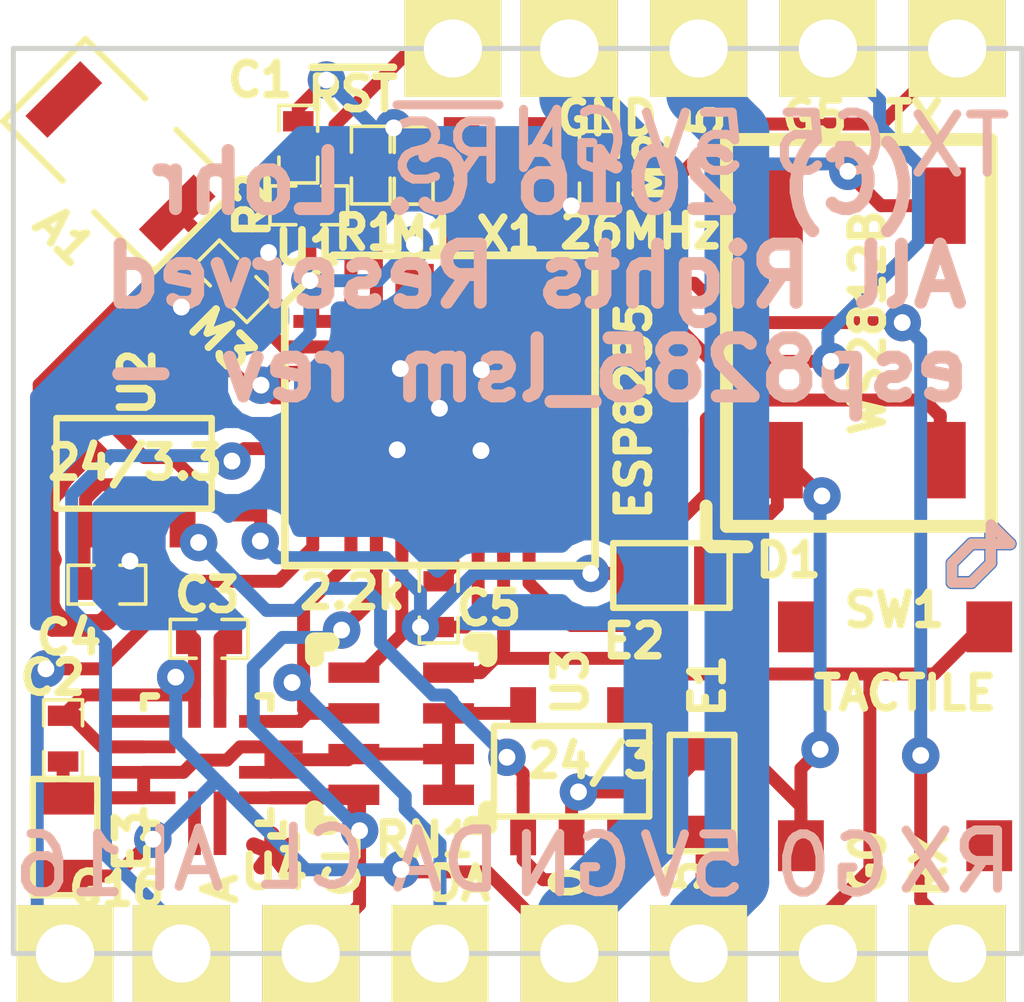
<source format=kicad_pcb>
(kicad_pcb (version 3) (host pcbnew "(2013-jul-07)-stable")

  (general
    (links 79)
    (no_connects 0)
    (area 35.495661 29.145661 56.374664 51.08582)
    (thickness 1.6)
    (drawings 33)
    (tracks 486)
    (zones 0)
    (modules 35)
    (nets 21)
  )

  (page User 139.7 139.7)
  (title_block 
    (rev B)
  )

  (layers
    (15 F.Cu signal)
    (0 B.Cu signal)
    (16 B.Adhes user)
    (17 F.Adhes user)
    (18 B.Paste user)
    (19 F.Paste user)
    (20 B.SilkS user)
    (21 F.SilkS user)
    (22 B.Mask user)
    (23 F.Mask user)
    (24 Dwgs.User user)
    (25 Cmts.User user)
    (26 Eco1.User user)
    (27 Eco2.User user)
    (28 Edge.Cuts user)
  )

  (setup
    (last_trace_width 0.254)
    (trace_clearance 0.2413)
    (zone_clearance 0.2794)
    (zone_45_only no)
    (trace_min 0.254)
    (segment_width 0.2)
    (edge_width 0.1)
    (via_size 0.7366)
    (via_drill 0.3302)
    (via_min_size 0.7112)
    (via_min_drill 0.3048)
    (uvia_size 0.508)
    (uvia_drill 0.127)
    (uvias_allowed no)
    (uvia_min_size 0.508)
    (uvia_min_drill 0.127)
    (pcb_text_width 0.1778)
    (pcb_text_size 1.143 1.143)
    (mod_edge_width 0.15)
    (mod_text_size 0.635 0.635)
    (mod_text_width 0.15)
    (pad_size 1.905 1.905)
    (pad_drill 1.143)
    (pad_to_mask_clearance 0.0254)
    (solder_mask_min_width 0.0254)
    (pad_to_paste_clearance -0.0254)
    (aux_axis_origin 0 0)
    (visible_elements FFFFFFFF)
    (pcbplotparams
      (layerselection 284721153)
      (usegerberextensions true)
      (excludeedgelayer true)
      (linewidth 0.150000)
      (plotframeref false)
      (viasonmask false)
      (mode 1)
      (useauxorigin false)
      (hpglpennumber 1)
      (hpglpenspeed 20)
      (hpglpendiameter 15)
      (hpglpenoverlay 2)
      (psnegative false)
      (psa4output false)
      (plotreference true)
      (plotvalue true)
      (plotothertext true)
      (plotinvisibletext false)
      (padsonsilk false)
      (subtractmaskfromsilk false)
      (outputformat 1)
      (mirror false)
      (drillshape 0)
      (scaleselection 1)
      (outputdirectory esp8285_lsmB))
  )

  (net 0 "")
  (net 1 +2.5V)
  (net 2 +5V)
  (net 3 G0)
  (net 4 G2)
  (net 5 GND)
  (net 6 GP16)
  (net 7 N-0000010)
  (net 8 N-0000013)
  (net 9 N-0000016)
  (net 10 N-0000018)
  (net 11 N-000003)
  (net 12 N-0000032)
  (net 13 N-0000033)
  (net 14 N-000005)
  (net 15 N-000007)
  (net 16 N-000008)
  (net 17 N-000009)
  (net 18 RESET)
  (net 19 SCL)
  (net 20 SDA)

  (net_class Default "This is the default net class."
    (clearance 0.2413)
    (trace_width 0.254)
    (via_dia 0.7366)
    (via_drill 0.3302)
    (uvia_dia 0.508)
    (uvia_drill 0.127)
    (add_net "")
    (add_net +2.5V)
    (add_net +5V)
    (add_net G0)
    (add_net G2)
    (add_net GND)
    (add_net GP16)
    (add_net N-0000010)
    (add_net N-0000013)
    (add_net N-0000016)
    (add_net N-0000018)
    (add_net N-000003)
    (add_net N-0000032)
    (add_net N-0000033)
    (add_net N-000005)
    (add_net N-000007)
    (add_net N-000008)
    (add_net N-000009)
    (add_net RESET)
    (add_net SCL)
    (add_net SDA)
  )

  (module SM1206 (layer F.Cu) (tedit 5782FA9A) (tstamp 5782E631)
    (at 38.12032 32.79648 315)
    (path /5782E71D)
    (attr smd)
    (fp_text reference A1 (at 0.402315 1.889446 315) (layer F.SilkS)
      (effects (font (size 0.635 0.635) (thickness 0.15)))
    )
    (fp_text value ANT (at 0 0 315) (layer F.SilkS) hide
      (effects (font (size 0.635 0.635) (thickness 0.15)))
    )
    (fp_line (start -2.04 -1.143) (end -2.04 1.143) (layer F.SilkS) (width 0.127))
    (fp_line (start -2.04 1.143) (end -0.389 1.143) (layer F.SilkS) (width 0.127))
    (fp_line (start 0.489 -1.143) (end 2.14 -1.143) (layer F.SilkS) (width 0.127))
    (fp_line (start 2.14 -1.143) (end 2.14 1.143) (layer F.SilkS) (width 0.127))
    (fp_line (start 2.14 1.143) (end 0.489 1.143) (layer F.SilkS) (width 0.127))
    (fp_line (start -0.389 -1.143) (end -2.04 -1.143) (layer F.SilkS) (width 0.127))
    (pad 1 smd rect (at -1.5 0 315) (size 0.6096 1.524)
      (layers F.Cu F.Paste F.Mask)
    )
    (pad 2 smd rect (at 1.651 0 315) (size 0.6096 1.524)
      (layers F.Cu F.Paste F.Mask)
      (net 8 N-0000013)
    )
    (model smd/chip_cms.wrl
      (at (xyz 0 0 0))
      (scale (xyz 0.17 0.16 0.16))
      (rotate (xyz 0 0 0))
    )
  )

  (module TACTILE (layer F.Cu) (tedit 57964B3C) (tstamp 576E2AC1)
    (at 53.34 44.196 270)
    (path /576C20E2)
    (fp_text reference SW1 (at -2.43078 -0.0381 360) (layer F.SilkS)
      (effects (font (size 0.635 0.635) (thickness 0.15)))
    )
    (fp_text value TACTILE (at -0.79502 -0.24892 360) (layer F.SilkS)
      (effects (font (size 0.635 0.635) (thickness 0.15)))
    )
    (pad 1 smd rect (at -2.1 -1.9 270) (size 1 0.9)
      (layers F.Cu F.Paste F.Mask)
      (net 3 G0)
    )
    (pad 2 smd rect (at 2.2 -1.9 270) (size 1 0.9)
      (layers F.Cu F.Paste F.Mask)
    )
    (pad 3 smd rect (at -2.1 1.8 270) (size 1 0.9)
      (layers F.Cu F.Paste F.Mask)
    )
    (pad 4 smd rect (at 2.2 1.8 270) (size 1 0.9)
      (layers F.Cu F.Paste F.Mask)
      (net 5 GND)
    )
  )

  (module SOT23-5 (layer F.Cu) (tedit 5782FB5C) (tstamp 576E2ACE)
    (at 38.44036 38.88486)
    (path /576C1E1A)
    (attr smd)
    (fp_text reference U2 (at 0.06 -1.59 90) (layer F.SilkS)
      (effects (font (size 0.635 0.635) (thickness 0.15)))
    )
    (fp_text value 24/3.3 (at 0.02032 -0.01778) (layer F.SilkS)
      (effects (font (size 0.635 0.635) (thickness 0.15)))
    )
    (fp_line (start 1.524 -0.889) (end 1.524 0.889) (layer F.SilkS) (width 0.127))
    (fp_line (start 1.524 0.889) (end -1.524 0.889) (layer F.SilkS) (width 0.127))
    (fp_line (start -1.524 0.889) (end -1.524 -0.889) (layer F.SilkS) (width 0.127))
    (fp_line (start -1.524 -0.889) (end 1.524 -0.889) (layer F.SilkS) (width 0.127))
    (pad 1 smd rect (at -0.9525 1.27) (size 0.508 0.762)
      (layers F.Cu F.Paste F.Mask)
      (net 2 +5V)
    )
    (pad 3 smd rect (at 0.9525 1.27) (size 0.508 0.762)
      (layers F.Cu F.Paste F.Mask)
      (net 2 +5V)
    )
    (pad 5 smd rect (at -0.9525 -1.27) (size 0.508 0.762)
      (layers F.Cu F.Paste F.Mask)
      (net 4 G2)
    )
    (pad 2 smd rect (at 0 1.27) (size 0.508 0.762)
      (layers F.Cu F.Paste F.Mask)
      (net 5 GND)
    )
    (pad 4 smd rect (at 0.9525 -1.27) (size 0.508 0.762)
      (layers F.Cu F.Paste F.Mask)
    )
    (model smd/SOT23_5.wrl
      (at (xyz 0 0 0))
      (scale (xyz 0.1 0.1 0.1))
      (rotate (xyz 0 0 0))
    )
  )

  (module SOT23-5 (layer F.Cu) (tedit 57964B43) (tstamp 576E2ADB)
    (at 47.03572 44.9326)
    (path /576C2330)
    (attr smd)
    (fp_text reference U3 (at -0.02032 -1.7526 90) (layer F.SilkS)
      (effects (font (size 0.635 0.635) (thickness 0.15)))
    )
    (fp_text value 24/3 (at 0.39878 -0.2032) (layer F.SilkS)
      (effects (font (size 0.635 0.635) (thickness 0.15)))
    )
    (fp_line (start 1.524 -0.889) (end 1.524 0.889) (layer F.SilkS) (width 0.127))
    (fp_line (start 1.524 0.889) (end -1.524 0.889) (layer F.SilkS) (width 0.127))
    (fp_line (start -1.524 0.889) (end -1.524 -0.889) (layer F.SilkS) (width 0.127))
    (fp_line (start -1.524 -0.889) (end 1.524 -0.889) (layer F.SilkS) (width 0.127))
    (pad 1 smd rect (at -0.9525 1.27) (size 0.508 0.762)
      (layers F.Cu F.Paste F.Mask)
      (net 2 +5V)
    )
    (pad 3 smd rect (at 0.9525 1.27) (size 0.508 0.762)
      (layers F.Cu F.Paste F.Mask)
      (net 2 +5V)
    )
    (pad 5 smd rect (at -0.9525 -1.27) (size 0.508 0.762)
      (layers F.Cu F.Paste F.Mask)
      (net 1 +2.5V)
    )
    (pad 2 smd rect (at 0 1.27) (size 0.508 0.762)
      (layers F.Cu F.Paste F.Mask)
      (net 5 GND)
    )
    (pad 4 smd rect (at 0.9525 -1.27) (size 0.508 0.762)
      (layers F.Cu F.Paste F.Mask)
    )
    (model smd/SOT23_5.wrl
      (at (xyz 0 0 0))
      (scale (xyz 0.1 0.1 0.1))
      (rotate (xyz 0 0 0))
    )
  )

  (module QFN32 (layer F.Cu) (tedit 5782FAA5) (tstamp 576E2B24)
    (at 44.45 37.846)
    (descr "Support CMS Plcc 32 pins")
    (tags "CMS Plcc")
    (path /576C192F)
    (attr smd)
    (fp_text reference U1 (at -2.5908 -3.2004) (layer F.SilkS)
      (effects (font (size 0.635 0.635) (thickness 0.15)))
    )
    (fp_text value ESP8285 (at 3.81 0 90) (layer F.SilkS)
      (effects (font (size 0.635 0.635) (thickness 0.15)))
    )
    (fp_line (start -2.0955 -3.048) (end 2.0955 -3.048) (layer F.SilkS) (width 0.1524))
    (fp_line (start 2.0955 -3.048) (end 3.048 -3.048) (layer F.SilkS) (width 0.1524))
    (fp_line (start 3.048 -3.048) (end 3.048 3.048) (layer F.SilkS) (width 0.1524))
    (fp_line (start 3.048 3.048) (end -3.048 3.048) (layer F.SilkS) (width 0.1524))
    (fp_line (start -3.048 3.048) (end -3.048 -2.0955) (layer F.SilkS) (width 0.1524))
    (fp_line (start -3.048 -2.0955) (end -2.0955 -3.048) (layer F.SilkS) (width 0.1524))
    (pad 31 smd rect (at -1.24968 -2.49936) (size 0.254 0.762)
      (layers F.Cu F.Paste F.Mask)
      (net 13 N-0000033)
    )
    (pad 30 smd rect (at -0.7493 -2.49936) (size 0.254 0.762)
      (layers F.Cu F.Paste F.Mask)
      (net 4 G2)
    )
    (pad 29 smd rect (at -0.24892 -2.49936) (size 0.254 0.762)
      (layers F.Cu F.Paste F.Mask)
      (net 4 G2)
    )
    (pad 32 smd rect (at -1.75006 -2.49936) (size 0.254 0.762)
      (layers F.Cu F.Paste F.Mask)
      (net 18 RESET)
    )
    (pad 1 smd rect (at -2.49936 -1.75006 90) (size 0.254 0.762)
      (layers F.Cu F.Paste F.Mask)
      (net 4 G2)
    )
    (pad 2 smd rect (at -2.49936 -1.24968 90) (size 0.254 0.762)
      (layers F.Cu F.Paste F.Mask)
      (net 12 N-0000032)
    )
    (pad 3 smd rect (at -2.49936 -0.7493 90) (size 0.254 0.762)
      (layers F.Cu F.Paste F.Mask)
      (net 4 G2)
    )
    (pad 4 smd rect (at -2.49936 -0.24892 90) (size 0.254 0.762)
      (layers F.Cu F.Paste F.Mask)
      (net 4 G2)
    )
    (pad 5 smd rect (at -2.49936 0.24892 90) (size 0.254 0.762)
      (layers F.Cu F.Paste F.Mask)
    )
    (pad 6 smd rect (at -2.49936 0.7493 90) (size 0.254 0.762)
      (layers F.Cu F.Paste F.Mask)
      (net 15 N-000007)
    )
    (pad 7 smd rect (at -2.49936 1.24968 90) (size 0.254 0.762)
      (layers F.Cu F.Paste F.Mask)
      (net 4 G2)
    )
    (pad 8 smd rect (at -2.49936 1.75006 90) (size 0.254 0.762)
      (layers F.Cu F.Paste F.Mask)
      (net 6 GP16)
    )
    (pad 16 smd rect (at 1.75006 2.49936) (size 0.254 0.762)
      (layers F.Cu F.Paste F.Mask)
      (net 9 N-0000016)
    )
    (pad 9 smd rect (at -1.75006 2.49936) (size 0.254 0.762)
      (layers F.Cu F.Paste F.Mask)
      (net 20 SDA)
    )
    (pad 10 smd rect (at -1.24968 2.49936) (size 0.254 0.762)
      (layers F.Cu F.Paste F.Mask)
      (net 19 SCL)
    )
    (pad 11 smd rect (at -0.7493 2.49936) (size 0.254 0.762)
      (layers F.Cu F.Paste F.Mask)
      (net 4 G2)
    )
    (pad 12 smd rect (at -0.24892 2.49936) (size 0.254 0.762)
      (layers F.Cu F.Paste F.Mask)
    )
    (pad 13 smd rect (at 0.24892 2.49936) (size 0.254 0.762)
      (layers F.Cu F.Paste F.Mask)
      (net 5 GND)
    )
    (pad 14 smd rect (at 0.7493 2.49936) (size 0.254 0.762)
      (layers F.Cu F.Paste F.Mask)
      (net 4 G2)
    )
    (pad 15 smd rect (at 1.24968 2.49936) (size 0.254 0.762)
      (layers F.Cu F.Paste F.Mask)
      (net 3 G0)
    )
    (pad 17 smd rect (at 2.49936 1.75006 90) (size 0.254 0.762)
      (layers F.Cu F.Paste F.Mask)
      (net 4 G2)
    )
    (pad 18 smd rect (at 2.49936 1.24968 90) (size 0.254 0.762)
      (layers F.Cu F.Paste F.Mask)
    )
    (pad 19 smd rect (at 2.49936 0.7493 90) (size 0.254 0.762)
      (layers F.Cu F.Paste F.Mask)
    )
    (pad 20 smd rect (at 2.49936 0.24892 90) (size 0.254 0.762)
      (layers F.Cu F.Paste F.Mask)
    )
    (pad 21 smd rect (at 2.49936 -0.24892 90) (size 0.254 0.762)
      (layers F.Cu F.Paste F.Mask)
    )
    (pad 22 smd rect (at 2.49936 -0.7493 90) (size 0.254 0.762)
      (layers F.Cu F.Paste F.Mask)
    )
    (pad 23 smd rect (at 2.49936 -1.24968 90) (size 0.254 0.762)
      (layers F.Cu F.Paste F.Mask)
    )
    (pad 24 smd rect (at 2.49936 -1.75006 90) (size 0.254 0.762)
      (layers F.Cu F.Paste F.Mask)
      (net 7 N-0000010)
    )
    (pad 25 smd rect (at 1.75006 -2.49936) (size 0.254 0.762)
      (layers F.Cu F.Paste F.Mask)
      (net 14 N-000005)
    )
    (pad 26 smd rect (at 1.24968 -2.49936) (size 0.254 0.762)
      (layers F.Cu F.Paste F.Mask)
      (net 17 N-000009)
    )
    (pad 27 smd rect (at 0.7493 -2.49936) (size 0.254 0.762)
      (layers F.Cu F.Paste F.Mask)
      (net 16 N-000008)
    )
    (pad 28 smd rect (at 0.24892 -2.49936) (size 0.254 0.762)
      (layers F.Cu F.Paste F.Mask)
      (net 10 N-0000018)
    )
    (pad 33 smd rect (at 0 0) (size 2.99974 2.99974)
      (layers F.Cu F.Paste F.Mask)
      (net 5 GND)
    )
  )

  (module 12LGA (layer F.Cu) (tedit 5782FB76) (tstamp 576E2B5E)
    (at 39.878 44.704 180)
    (path /576C1920)
    (fp_text reference U4 (at -1.31572 -2.20472 180) (layer F.SilkS)
      (effects (font (size 0.635 0.635) (thickness 0.15)))
    )
    (fp_text value LSM303C (at -1.4986 -5.2324 180) (layer F.SilkS) hide
      (effects (font (size 0.635 0.635) (thickness 0.15)))
    )
    (fp_line (start -1.75 -1.5) (end -1.75 -1.75) (layer F.SilkS) (width 0.15))
    (fp_line (start -1.75 -1.75) (end -1.5 -1.75) (layer F.SilkS) (width 0.15))
    (fp_line (start -1.5 -1.25) (end -1.5 -1.5) (layer F.SilkS) (width 0.15))
    (fp_line (start -1.5 -1.5) (end -1.25 -1.5) (layer F.SilkS) (width 0.15))
    (fp_line (start -1 1.25) (end -1.25 1.25) (layer F.SilkS) (width 0.15))
    (fp_line (start -1.25 1.25) (end -1.25 1) (layer F.SilkS) (width 0.15))
    (fp_line (start 1.25 1) (end 1.25 1.25) (layer F.SilkS) (width 0.15))
    (fp_line (start 1.25 1.25) (end 1 1.25) (layer F.SilkS) (width 0.15))
    (fp_line (start 1 -1.25) (end 1.25 -1.25) (layer F.SilkS) (width 0.15))
    (fp_line (start 1.25 -1.25) (end 1.25 -1) (layer F.SilkS) (width 0.15))
    (fp_line (start -1.25 -1) (end -1.25 -1.25) (layer F.SilkS) (width 0.15))
    (fp_line (start -1.25 -1.25) (end -1 -1.25) (layer F.SilkS) (width 0.15))
    (pad 1 smd rect (at -1.25 -0.75 180) (size 1.25 0.25)
      (layers F.Cu F.Paste F.Mask)
      (net 19 SCL)
    )
    (pad 2 smd rect (at -1.25 -0.25 180) (size 1.25 0.25)
      (layers F.Cu F.Paste F.Mask)
      (net 1 +2.5V)
    )
    (pad 3 smd rect (at -1.25 0.25 180) (size 1.25 0.25)
      (layers F.Cu F.Paste F.Mask)
      (net 1 +2.5V)
    )
    (pad 4 smd rect (at -1.25 0.75 180) (size 1.25 0.25)
      (layers F.Cu F.Paste F.Mask)
      (net 20 SDA)
    )
    (pad 5 smd rect (at -0.25 1.25 180) (size 0.25 1.25)
      (layers F.Cu F.Paste F.Mask)
      (net 11 N-000003)
    )
    (pad 6 smd rect (at 0.25 1.25 180) (size 0.25 1.25)
      (layers F.Cu F.Paste F.Mask)
      (net 5 GND)
    )
    (pad 7 smd rect (at 1.25 0.75 180) (size 1.25 0.25)
      (layers F.Cu F.Paste F.Mask)
    )
    (pad 8 smd rect (at 1.25 0.25 180) (size 1.25 0.25)
      (layers F.Cu F.Paste F.Mask)
      (net 5 GND)
    )
    (pad 9 smd rect (at 1.25 -0.25 180) (size 1.25 0.25)
      (layers F.Cu F.Paste F.Mask)
      (net 1 +2.5V)
    )
    (pad 10 smd rect (at 1.25 -0.75 180) (size 1.25 0.25)
      (layers F.Cu F.Paste F.Mask)
      (net 1 +2.5V)
    )
    (pad 11 smd rect (at 0.25 -1.25 180) (size 0.25 1.25)
      (layers F.Cu F.Paste F.Mask)
    )
    (pad 12 smd rect (at -0.25 -1.25 180) (size 0.25 1.25)
      (layers F.Cu F.Paste F.Mask)
    )
  )

  (module .1SMTPIN (layer F.Cu) (tedit 578302F0) (tstamp 576E2B68)
    (at 54.61 30.734)
    (path /576C2572)
    (fp_text reference P2 (at -0.07 1.6 90) (layer F.SilkS) hide
      (effects (font (size 0.635 0.635) (thickness 0.15)))
    )
    (fp_text value TX (at -0.84328 1.37668) (layer F.SilkS)
      (effects (font (size 0.635 0.635) (thickness 0.15)))
    )
    (pad 1 thru_hole rect (at 0 0) (size 1.905 1.905) (drill 1.143)
      (layers *.Cu *.Mask F.SilkS)
      (net 17 N-000009)
    )
  )

  (module .1SMTPIN (layer F.Cu) (tedit 578302BC) (tstamp 576C3082)
    (at 54.61 48.514)
    (path /576C2578)
    (fp_text reference P1 (at 0 0) (layer F.SilkS) hide
      (effects (font (size 0.635 0.635) (thickness 0.15)))
    )
    (fp_text value RX (at -0.5461 -1.74244 90) (layer F.SilkS)
      (effects (font (size 0.635 0.635) (thickness 0.15)))
    )
    (pad 1 thru_hole rect (at 0 0) (size 1.905 1.905) (drill 1.143)
      (layers *.Cu *.Mask F.SilkS)
      (net 14 N-000005)
    )
  )

  (module .1SMTPIN (layer F.Cu) (tedit 57964B2D) (tstamp 576E2B72)
    (at 46.99 30.734)
    (path /576C257E)
    (fp_text reference P3 (at 0 0) (layer F.SilkS) hide
      (effects (font (size 0.635 0.635) (thickness 0.15)))
    )
    (fp_text value GND (at 0.74168 1.36906) (layer F.SilkS)
      (effects (font (size 0.635 0.635) (thickness 0.15)))
    )
    (pad 1 thru_hole rect (at 0 0) (size 1.905 1.905) (drill 1.143)
      (layers *.Cu *.Mask F.SilkS)
      (net 5 GND)
    )
  )

  (module XTAL4TINY (layer F.Cu) (tedit 57964AE6) (tstamp 576C2761)
    (at 45.67428 33.0327)
    (path /576C19C1)
    (fp_text reference X1 (at 0.11684 1.36398) (layer F.SilkS)
      (effects (font (size 0.635 0.635) (thickness 0.15)))
    )
    (fp_text value 26MHz (at 2.71018 1.29286) (layer F.SilkS)
      (effects (font (size 0.635 0.635) (thickness 0.15)))
    )
    (pad 1 smd rect (at -0.8 0.6) (size 0.7 0.7)
      (layers F.Cu F.Paste F.Mask)
      (net 10 N-0000018)
    )
    (pad 2 smd rect (at 0.8 -0.6) (size 0.7 0.7)
      (layers F.Cu F.Paste F.Mask)
      (net 16 N-000008)
    )
    (pad 3 smd rect (at -0.8 -0.6) (size 0.7 0.7)
      (layers F.Cu F.Paste F.Mask)
      (net 5 GND)
    )
    (pad 4 smd rect (at 0.8 0.6) (size 0.7 0.7)
      (layers F.Cu F.Paste F.Mask)
      (net 5 GND)
    )
  )

  (module SM0402 (layer F.Cu) (tedit 57964AEA) (tstamp 576C2BBA)
    (at 43.93184 33.03016 90)
    (path /576C2FB6)
    (attr smd)
    (fp_text reference M1 (at -1.35636 0.2032 180) (layer F.SilkS)
      (effects (font (size 0.635 0.635) (thickness 0.15)))
    )
    (fp_text value 5.6p (at 0.09906 0 90) (layer F.SilkS) hide
      (effects (font (size 0.635 0.635) (thickness 0.15)))
    )
    (fp_line (start -0.254 -0.381) (end -0.762 -0.381) (layer F.SilkS) (width 0.07112))
    (fp_line (start -0.762 -0.381) (end -0.762 0.381) (layer F.SilkS) (width 0.07112))
    (fp_line (start -0.762 0.381) (end -0.254 0.381) (layer F.SilkS) (width 0.07112))
    (fp_line (start 0.254 -0.381) (end 0.762 -0.381) (layer F.SilkS) (width 0.07112))
    (fp_line (start 0.762 -0.381) (end 0.762 0.381) (layer F.SilkS) (width 0.07112))
    (fp_line (start 0.762 0.381) (end 0.254 0.381) (layer F.SilkS) (width 0.07112))
    (pad 1 smd rect (at -0.44958 0 90) (size 0.39878 0.59944)
      (layers F.Cu F.Paste F.Mask)
      (net 10 N-0000018)
    )
    (pad 2 smd rect (at 0.44958 0 90) (size 0.39878 0.59944)
      (layers F.Cu F.Paste F.Mask)
      (net 5 GND)
    )
    (model smd\chip_cms.wrl
      (at (xyz 0 0 0.002))
      (scale (xyz 0.05 0.05 0.05))
      (rotate (xyz 0 0 0))
    )
  )

  (module SM0402 (layer F.Cu) (tedit 579642F5) (tstamp 576C2BC6)
    (at 47.57166 33.12414 270)
    (path /576C2CF8)
    (attr smd)
    (fp_text reference M2 (at -0.05588 -1.06172 270) (layer F.SilkS)
      (effects (font (size 0.635 0.635) (thickness 0.15)))
    )
    (fp_text value 5.6p (at 0.0127 -1.61036 270) (layer F.SilkS) hide
      (effects (font (size 0.635 0.635) (thickness 0.15)))
    )
    (fp_line (start -0.254 -0.381) (end -0.762 -0.381) (layer F.SilkS) (width 0.07112))
    (fp_line (start -0.762 -0.381) (end -0.762 0.381) (layer F.SilkS) (width 0.07112))
    (fp_line (start -0.762 0.381) (end -0.254 0.381) (layer F.SilkS) (width 0.07112))
    (fp_line (start 0.254 -0.381) (end 0.762 -0.381) (layer F.SilkS) (width 0.07112))
    (fp_line (start 0.762 -0.381) (end 0.762 0.381) (layer F.SilkS) (width 0.07112))
    (fp_line (start 0.762 0.381) (end 0.254 0.381) (layer F.SilkS) (width 0.07112))
    (pad 1 smd rect (at -0.44958 0 270) (size 0.39878 0.59944)
      (layers F.Cu F.Paste F.Mask)
      (net 16 N-000008)
    )
    (pad 2 smd rect (at 0.44958 0 270) (size 0.39878 0.59944)
      (layers F.Cu F.Paste F.Mask)
      (net 5 GND)
    )
    (model smd\chip_cms.wrl
      (at (xyz 0 0 0.002))
      (scale (xyz 0.05 0.05 0.05))
      (rotate (xyz 0 0 0))
    )
  )

  (module .1SMTPIN (layer F.Cu) (tedit 57963F89) (tstamp 576C3DA8)
    (at 39.37 48.514)
    (path /576C2F50)
    (fp_text reference P5 (at 0.56 -1.13) (layer F.SilkS) hide
      (effects (font (size 0.635 0.635) (thickness 0.15)))
    )
    (fp_text value A (at 0.762 -1.27 90) (layer F.SilkS)
      (effects (font (size 0.635 0.635) (thickness 0.15)))
    )
    (pad 1 thru_hole rect (at 0 0) (size 1.905 1.905) (drill 1.143)
      (layers *.Cu *.Mask F.SilkS)
      (net 15 N-000007)
    )
  )

  (module SM0603 (layer F.Cu) (tedit 576C54EC) (tstamp 579649CA)
    (at 37.084 46.228 90)
    (path /576C36BE)
    (attr smd)
    (fp_text reference E3 (at -0.08 1.32 90) (layer F.SilkS)
      (effects (font (size 0.635 0.635) (thickness 0.15)))
    )
    (fp_text value 10u (at 0 0 90) (layer F.SilkS) hide
      (effects (font (size 0.635 0.635) (thickness 0.15)))
    )
    (fp_line (start -1.143 -0.635) (end 1.143 -0.635) (layer F.SilkS) (width 0.127))
    (fp_line (start 1.143 -0.635) (end 1.143 0.635) (layer F.SilkS) (width 0.127))
    (fp_line (start 1.143 0.635) (end -1.143 0.635) (layer F.SilkS) (width 0.127))
    (fp_line (start -1.143 0.635) (end -1.143 -0.635) (layer F.SilkS) (width 0.127))
    (pad 1 smd rect (at -0.762 0 90) (size 0.635 1.143)
      (layers F.Cu F.Paste F.Mask)
      (net 5 GND)
    )
    (pad 2 smd rect (at 0.762 0 90) (size 0.635 1.143)
      (layers F.Cu F.Paste F.Mask)
      (net 1 +2.5V)
    )
    (model smd\resistors\R0603.wrl
      (at (xyz 0 0 0.001))
      (scale (xyz 0.5 0.5 0.5))
      (rotate (xyz 0 0 0))
    )
  )

  (module SM0603 (layer F.Cu) (tedit 5782FB3B) (tstamp 576C36C2)
    (at 48.9966 41.08704 180)
    (path /576C3722)
    (attr smd)
    (fp_text reference E2 (at 0.7366 -1.29032 180) (layer F.SilkS)
      (effects (font (size 0.635 0.635) (thickness 0.15)))
    )
    (fp_text value 10u (at 0 0 180) (layer F.SilkS) hide
      (effects (font (size 0.635 0.635) (thickness 0.15)))
    )
    (fp_line (start -1.143 -0.635) (end 1.143 -0.635) (layer F.SilkS) (width 0.127))
    (fp_line (start 1.143 -0.635) (end 1.143 0.635) (layer F.SilkS) (width 0.127))
    (fp_line (start 1.143 0.635) (end -1.143 0.635) (layer F.SilkS) (width 0.127))
    (fp_line (start -1.143 0.635) (end -1.143 -0.635) (layer F.SilkS) (width 0.127))
    (pad 1 smd rect (at -0.762 0 180) (size 0.635 1.143)
      (layers F.Cu F.Paste F.Mask)
      (net 5 GND)
    )
    (pad 2 smd rect (at 0.762 0 180) (size 0.635 1.143)
      (layers F.Cu F.Paste F.Mask)
      (net 4 G2)
    )
    (model smd\resistors\R0603.wrl
      (at (xyz 0 0 0.001))
      (scale (xyz 0.5 0.5 0.5))
      (rotate (xyz 0 0 0))
    )
  )

  (module SM0603 (layer F.Cu) (tedit 5783037C) (tstamp 576C36CC)
    (at 49.59858 45.36186 270)
    (path /576C372A)
    (attr smd)
    (fp_text reference E1 (at -2.10566 -0.10922 270) (layer F.SilkS)
      (effects (font (size 0.635 0.635) (thickness 0.15)))
    )
    (fp_text value 10u (at 0 0 270) (layer F.SilkS) hide
      (effects (font (size 0.635 0.635) (thickness 0.15)))
    )
    (fp_line (start -1.143 -0.635) (end 1.143 -0.635) (layer F.SilkS) (width 0.127))
    (fp_line (start 1.143 -0.635) (end 1.143 0.635) (layer F.SilkS) (width 0.127))
    (fp_line (start 1.143 0.635) (end -1.143 0.635) (layer F.SilkS) (width 0.127))
    (fp_line (start -1.143 0.635) (end -1.143 -0.635) (layer F.SilkS) (width 0.127))
    (pad 1 smd rect (at -0.762 0 270) (size 0.635 1.143)
      (layers F.Cu F.Paste F.Mask)
      (net 5 GND)
    )
    (pad 2 smd rect (at 0.762 0 270) (size 0.635 1.143)
      (layers F.Cu F.Paste F.Mask)
      (net 2 +5V)
    )
    (model smd\resistors\R0603.wrl
      (at (xyz 0 0 0.001))
      (scale (xyz 0.5 0.5 0.5))
      (rotate (xyz 0 0 0))
    )
  )

  (module SM0402 (layer F.Cu) (tedit 57964AC6) (tstamp 576C36D8)
    (at 41.66616 32.6136 270)
    (path /576C2DFD)
    (attr smd)
    (fp_text reference C1 (at -1.25984 0.74676 360) (layer F.SilkS)
      (effects (font (size 0.635 0.635) (thickness 0.15)))
    )
    (fp_text value .1u (at 0.09906 0 270) (layer F.SilkS) hide
      (effects (font (size 0.635 0.635) (thickness 0.15)))
    )
    (fp_line (start -0.254 -0.381) (end -0.762 -0.381) (layer F.SilkS) (width 0.07112))
    (fp_line (start -0.762 -0.381) (end -0.762 0.381) (layer F.SilkS) (width 0.07112))
    (fp_line (start -0.762 0.381) (end -0.254 0.381) (layer F.SilkS) (width 0.07112))
    (fp_line (start 0.254 -0.381) (end 0.762 -0.381) (layer F.SilkS) (width 0.07112))
    (fp_line (start 0.762 -0.381) (end 0.762 0.381) (layer F.SilkS) (width 0.07112))
    (fp_line (start 0.762 0.381) (end 0.254 0.381) (layer F.SilkS) (width 0.07112))
    (pad 1 smd rect (at -0.44958 0 270) (size 0.39878 0.59944)
      (layers F.Cu F.Paste F.Mask)
      (net 5 GND)
    )
    (pad 2 smd rect (at 0.44958 0 270) (size 0.39878 0.59944)
      (layers F.Cu F.Paste F.Mask)
      (net 4 G2)
    )
    (model smd\chip_cms.wrl
      (at (xyz 0 0 0.002))
      (scale (xyz 0.05 0.05 0.05))
      (rotate (xyz 0 0 0))
    )
  )

  (module SM0402 (layer F.Cu) (tedit 5782FB66) (tstamp 576C36E4)
    (at 37.0459 44.29252 270)
    (path /576C35FC)
    (attr smd)
    (fp_text reference C2 (at -1.19888 0.20574 360) (layer F.SilkS)
      (effects (font (size 0.635 0.635) (thickness 0.15)))
    )
    (fp_text value .1u (at 0.09906 0 270) (layer F.SilkS) hide
      (effects (font (size 0.635 0.635) (thickness 0.15)))
    )
    (fp_line (start -0.254 -0.381) (end -0.762 -0.381) (layer F.SilkS) (width 0.07112))
    (fp_line (start -0.762 -0.381) (end -0.762 0.381) (layer F.SilkS) (width 0.07112))
    (fp_line (start -0.762 0.381) (end -0.254 0.381) (layer F.SilkS) (width 0.07112))
    (fp_line (start 0.254 -0.381) (end 0.762 -0.381) (layer F.SilkS) (width 0.07112))
    (fp_line (start 0.762 -0.381) (end 0.762 0.381) (layer F.SilkS) (width 0.07112))
    (fp_line (start 0.762 0.381) (end 0.254 0.381) (layer F.SilkS) (width 0.07112))
    (pad 1 smd rect (at -0.44958 0 270) (size 0.39878 0.59944)
      (layers F.Cu F.Paste F.Mask)
      (net 5 GND)
    )
    (pad 2 smd rect (at 0.44958 0 270) (size 0.39878 0.59944)
      (layers F.Cu F.Paste F.Mask)
      (net 1 +2.5V)
    )
    (model smd\chip_cms.wrl
      (at (xyz 0 0 0.002))
      (scale (xyz 0.05 0.05 0.05))
      (rotate (xyz 0 0 0))
    )
  )

  (module SM0402 (layer F.Cu) (tedit 57964AF8) (tstamp 576C36F0)
    (at 39.91356 42.33164)
    (path /576C3610)
    (attr smd)
    (fp_text reference C3 (at -0.03302 -0.8636) (layer F.SilkS)
      (effects (font (size 0.635 0.635) (thickness 0.15)))
    )
    (fp_text value .1u (at 0.09906 0) (layer F.SilkS) hide
      (effects (font (size 0.635 0.635) (thickness 0.15)))
    )
    (fp_line (start -0.254 -0.381) (end -0.762 -0.381) (layer F.SilkS) (width 0.07112))
    (fp_line (start -0.762 -0.381) (end -0.762 0.381) (layer F.SilkS) (width 0.07112))
    (fp_line (start -0.762 0.381) (end -0.254 0.381) (layer F.SilkS) (width 0.07112))
    (fp_line (start 0.254 -0.381) (end 0.762 -0.381) (layer F.SilkS) (width 0.07112))
    (fp_line (start 0.762 -0.381) (end 0.762 0.381) (layer F.SilkS) (width 0.07112))
    (fp_line (start 0.762 0.381) (end 0.254 0.381) (layer F.SilkS) (width 0.07112))
    (pad 1 smd rect (at -0.44958 0) (size 0.39878 0.59944)
      (layers F.Cu F.Paste F.Mask)
      (net 5 GND)
    )
    (pad 2 smd rect (at 0.44958 0) (size 0.39878 0.59944)
      (layers F.Cu F.Paste F.Mask)
      (net 11 N-000003)
    )
    (model smd\chip_cms.wrl
      (at (xyz 0 0 0.002))
      (scale (xyz 0.05 0.05 0.05))
      (rotate (xyz 0 0 0))
    )
  )

  (module .1SMTPIN (layer F.Cu) (tedit 57830121) (tstamp 576C36F5)
    (at 49.53 48.514)
    (path /576C373C)
    (fp_text reference P7 (at 0 0) (layer F.SilkS) hide
      (effects (font (size 0.635 0.635) (thickness 0.15)))
    )
    (fp_text value 5 (at -0.254 -1.524 90) (layer F.SilkS)
      (effects (font (size 0.635 0.635) (thickness 0.15)))
    )
    (pad 1 thru_hole rect (at 0 0) (size 1.905 1.905) (drill 1.143)
      (layers *.Cu *.Mask F.SilkS)
      (net 2 +5V)
    )
  )

  (module .1SMTPIN (layer F.Cu) (tedit 57964B48) (tstamp 576C36FA)
    (at 46.99 48.514)
    (path /576C377C)
    (fp_text reference P6 (at 0 0) (layer F.SilkS) hide
      (effects (font (size 0.635 0.635) (thickness 0.15)))
    )
    (fp_text value 0 (at 0 -1.397 90) (layer F.SilkS)
      (effects (font (size 0.635 0.635) (thickness 0.15)))
    )
    (pad 1 thru_hole rect (at 0 0) (size 1.905 1.905) (drill 1.143)
      (layers *.Cu *.Mask F.SilkS)
      (net 5 GND)
    )
  )

  (module WS2812B (layer F.Cu) (tedit 57964B36) (tstamp 576C25ED)
    (at 52.578 36.322 270)
    (path /576C2EA4)
    (fp_text reference D1 (at 4.46532 1.2827 360) (layer F.SilkS)
      (effects (font (size 0.635 0.635) (thickness 0.15)))
    )
    (fp_text value WS2812B (at -0.201 -0.275 270) (layer F.SilkS)
      (effects (font (size 0.635 0.635) (thickness 0.15)))
    )
    (fp_line (start 4.09956 2.90068) (end 4.20116 2.79908) (layer F.SilkS) (width 0.254))
    (fp_line (start 4.20116 2.79908) (end 4.20116 2.10058) (layer F.SilkS) (width 0.254))
    (fp_line (start 3.40106 2.90068) (end 4.09956 2.90068) (layer F.SilkS) (width 0.254))
    (fp_line (start 3.79984 -2.70002) (end 3.79984 2.49936) (layer F.SilkS) (width 0.254))
    (fp_line (start 3.79984 2.49936) (end -3.79984 2.49936) (layer F.SilkS) (width 0.254))
    (fp_line (start -3.79984 2.49936) (end -3.79984 -2.70002) (layer F.SilkS) (width 0.254))
    (fp_line (start -3.79984 -2.70002) (end 3.79984 -2.70002) (layer F.SilkS) (width 0.254))
    (pad 1 smd rect (at -2.49936 -1.69926 270) (size 1.50114 1.00076)
      (layers F.Cu F.Paste F.Mask)
      (net 2 +5V)
    )
    (pad 2 smd rect (at -2.49936 1.50114 270) (size 1.50114 1.00076)
      (layers F.Cu F.Paste F.Mask)
    )
    (pad 3 smd rect (at 2.49936 1.50114 270) (size 1.50114 1.00076)
      (layers F.Cu F.Paste F.Mask)
      (net 5 GND)
    )
    (pad 4 smd rect (at 2.49936 -1.69926 270) (size 1.50114 1.00076)
      (layers F.Cu F.Paste F.Mask)
      (net 9 N-0000016)
    )
  )

  (module SM0402 (layer F.Cu) (tedit 5782FB60) (tstamp 576D477B)
    (at 37.90696 41.26738 180)
    (path /576D49A4)
    (attr smd)
    (fp_text reference C4 (at 0.74676 -1.03378 180) (layer F.SilkS)
      (effects (font (size 0.635 0.635) (thickness 0.15)))
    )
    (fp_text value .1u (at 0.09906 0 180) (layer F.SilkS) hide
      (effects (font (size 0.635 0.635) (thickness 0.15)))
    )
    (fp_line (start -0.254 -0.381) (end -0.762 -0.381) (layer F.SilkS) (width 0.07112))
    (fp_line (start -0.762 -0.381) (end -0.762 0.381) (layer F.SilkS) (width 0.07112))
    (fp_line (start -0.762 0.381) (end -0.254 0.381) (layer F.SilkS) (width 0.07112))
    (fp_line (start 0.254 -0.381) (end 0.762 -0.381) (layer F.SilkS) (width 0.07112))
    (fp_line (start 0.762 -0.381) (end 0.762 0.381) (layer F.SilkS) (width 0.07112))
    (fp_line (start 0.762 0.381) (end 0.254 0.381) (layer F.SilkS) (width 0.07112))
    (pad 1 smd rect (at -0.44958 0 180) (size 0.39878 0.59944)
      (layers F.Cu F.Paste F.Mask)
      (net 5 GND)
    )
    (pad 2 smd rect (at 0.44958 0 180) (size 0.39878 0.59944)
      (layers F.Cu F.Paste F.Mask)
      (net 2 +5V)
    )
    (model smd\chip_cms.wrl
      (at (xyz 0 0 0.002))
      (scale (xyz 0.05 0.05 0.05))
      (rotate (xyz 0 0 0))
    )
  )

  (module SM0402 (layer F.Cu) (tedit 5782FA97) (tstamp 576E2AE5)
    (at 40.386 35.306 135)
    (path /5782E717)
    (attr smd)
    (fp_text reference M3 (at -0.664539 -0.97346 135) (layer F.SilkS)
      (effects (font (size 0.635 0.635) (thickness 0.15)))
    )
    (fp_text value 5.6p (at 0.09906 0 135) (layer F.SilkS) hide
      (effects (font (size 0.635 0.635) (thickness 0.15)))
    )
    (fp_line (start -0.254 -0.381) (end -0.762 -0.381) (layer F.SilkS) (width 0.07112))
    (fp_line (start -0.762 -0.381) (end -0.762 0.381) (layer F.SilkS) (width 0.07112))
    (fp_line (start -0.762 0.381) (end -0.254 0.381) (layer F.SilkS) (width 0.07112))
    (fp_line (start 0.254 -0.381) (end 0.762 -0.381) (layer F.SilkS) (width 0.07112))
    (fp_line (start 0.762 -0.381) (end 0.762 0.381) (layer F.SilkS) (width 0.07112))
    (fp_line (start 0.762 0.381) (end 0.254 0.381) (layer F.SilkS) (width 0.07112))
    (pad 1 smd rect (at -0.44958 0 135) (size 0.39878 0.59944)
      (layers F.Cu F.Paste F.Mask)
      (net 12 N-0000032)
    )
    (pad 2 smd rect (at 0.44958 0 135) (size 0.39878 0.59944)
      (layers F.Cu F.Paste F.Mask)
      (net 8 N-0000013)
    )
    (model smd\chip_cms.wrl
      (at (xyz 0 0 0.002))
      (scale (xyz 0.05 0.05 0.05))
      (rotate (xyz 0 0 0))
    )
  )

  (module NETWORK1206 (layer F.Cu) (tedit 57964B4E) (tstamp 5782E679)
    (at 43.688 44.196 270)
    (path /5782E870)
    (fp_text reference RN1 (at 2.0828 -0.4572 360) (layer F.SilkS)
      (effects (font (size 0.635 0.635) (thickness 0.15)))
    )
    (fp_text value 2.2k (at -2.78384 0.96012 360) (layer F.SilkS)
      (effects (font (size 0.635 0.635) (thickness 0.15)))
    )
    (fp_line (start 1.8 1.4) (end 1.8 1.7) (layer F.SilkS) (width 0.381))
    (fp_line (start 1.8 1.7) (end 1.5 1.7) (layer F.SilkS) (width 0.381))
    (fp_line (start -1.8 -1.4) (end -1.8 -1.7) (layer F.SilkS) (width 0.381))
    (fp_line (start -1.8 -1.7) (end -1.5 -1.7) (layer F.SilkS) (width 0.381))
    (fp_line (start 1.5 -1.7) (end 1.8 -1.7) (layer F.SilkS) (width 0.381))
    (fp_line (start 1.8 -1.7) (end 1.8 -1.4) (layer F.SilkS) (width 0.381))
    (fp_line (start -1.8 1.4) (end -1.8 1.7) (layer F.SilkS) (width 0.381))
    (fp_line (start -1.8 1.7) (end -1.5 1.7) (layer F.SilkS) (width 0.381))
    (pad 1 smd rect (at -1.2 0.93 270) (size 0.4 1)
      (layers F.Cu F.Paste F.Mask)
      (net 4 G2)
    )
    (pad 2 smd rect (at -0.4 0.93 270) (size 0.4 1)
      (layers F.Cu F.Paste F.Mask)
      (net 20 SDA)
    )
    (pad 3 smd rect (at 0.4 0.93 270) (size 0.4 1)
      (layers F.Cu F.Paste F.Mask)
      (net 1 +2.5V)
    )
    (pad 4 smd rect (at 1.2 0.93 270) (size 0.4 1)
      (layers F.Cu F.Paste F.Mask)
      (net 19 SCL)
    )
    (pad 5 smd rect (at 1.2 -0.93 270) (size 0.4 1)
      (layers F.Cu F.Paste F.Mask)
      (net 1 +2.5V)
    )
    (pad 6 smd rect (at 0.4 -0.93 270) (size 0.4 1)
      (layers F.Cu F.Paste F.Mask)
      (net 1 +2.5V)
    )
    (pad 7 smd rect (at -0.4 -0.93 270) (size 0.4 1)
      (layers F.Cu F.Paste F.Mask)
      (net 1 +2.5V)
    )
    (pad 8 smd rect (at -1.2 -0.93 270) (size 0.4 1)
      (layers F.Cu F.Paste F.Mask)
      (net 3 G0)
    )
  )

  (module .1SMTPIN (layer F.Cu) (tedit 578302E1) (tstamp 5782EBE4)
    (at 49.53 30.734)
    (path /5782EBD8)
    (fp_text reference P4 (at 0 0) (layer F.SilkS) hide
      (effects (font (size 0.635 0.635) (thickness 0.15)))
    )
    (fp_text value 5 (at 0.12192 1.40716 90) (layer F.SilkS)
      (effects (font (size 0.635 0.635) (thickness 0.15)))
    )
    (pad 1 thru_hole rect (at 0 0) (size 1.905 1.905) (drill 1.143)
      (layers *.Cu *.Mask F.SilkS)
      (net 2 +5V)
    )
  )

  (module SM0402 (layer F.Cu) (tedit 57964AEF) (tstamp 576E2AEF)
    (at 43.0911 33.02508 270)
    (path /576C1B09)
    (attr smd)
    (fp_text reference R1 (at 1.32588 0.07874 360) (layer F.SilkS)
      (effects (font (size 0.635 0.635) (thickness 0.15)))
    )
    (fp_text value 12k (at -0.1397 0.1143 270) (layer F.SilkS) hide
      (effects (font (size 0.635 0.635) (thickness 0.15)))
    )
    (fp_line (start -0.254 -0.381) (end -0.762 -0.381) (layer F.SilkS) (width 0.07112))
    (fp_line (start -0.762 -0.381) (end -0.762 0.381) (layer F.SilkS) (width 0.07112))
    (fp_line (start -0.762 0.381) (end -0.254 0.381) (layer F.SilkS) (width 0.07112))
    (fp_line (start 0.254 -0.381) (end 0.762 -0.381) (layer F.SilkS) (width 0.07112))
    (fp_line (start 0.762 -0.381) (end 0.762 0.381) (layer F.SilkS) (width 0.07112))
    (fp_line (start 0.762 0.381) (end 0.254 0.381) (layer F.SilkS) (width 0.07112))
    (pad 1 smd rect (at -0.44958 0 270) (size 0.39878 0.59944)
      (layers F.Cu F.Paste F.Mask)
      (net 5 GND)
    )
    (pad 2 smd rect (at 0.44958 0 270) (size 0.39878 0.59944)
      (layers F.Cu F.Paste F.Mask)
      (net 13 N-0000033)
    )
    (model smd\chip_cms.wrl
      (at (xyz 0 0 0.002))
      (scale (xyz 0.05 0.05 0.05))
      (rotate (xyz 0 0 0))
    )
  )

  (module SM0402 (layer F.Cu) (tedit 57964AFD) (tstamp 5782F067)
    (at 44.4246 41.65092 270)
    (path /5782F051)
    (attr smd)
    (fp_text reference C5 (at 0.07874 -0.98552 360) (layer F.SilkS)
      (effects (font (size 0.635 0.635) (thickness 0.15)))
    )
    (fp_text value .1u (at 0.09906 0 270) (layer F.SilkS) hide
      (effects (font (size 0.635 0.635) (thickness 0.15)))
    )
    (fp_line (start -0.254 -0.381) (end -0.762 -0.381) (layer F.SilkS) (width 0.07112))
    (fp_line (start -0.762 -0.381) (end -0.762 0.381) (layer F.SilkS) (width 0.07112))
    (fp_line (start -0.762 0.381) (end -0.254 0.381) (layer F.SilkS) (width 0.07112))
    (fp_line (start 0.254 -0.381) (end 0.762 -0.381) (layer F.SilkS) (width 0.07112))
    (fp_line (start 0.762 -0.381) (end 0.762 0.381) (layer F.SilkS) (width 0.07112))
    (fp_line (start 0.762 0.381) (end 0.254 0.381) (layer F.SilkS) (width 0.07112))
    (pad 1 smd rect (at -0.44958 0 270) (size 0.39878 0.59944)
      (layers F.Cu F.Paste F.Mask)
      (net 5 GND)
    )
    (pad 2 smd rect (at 0.44958 0 270) (size 0.39878 0.59944)
      (layers F.Cu F.Paste F.Mask)
      (net 4 G2)
    )
    (model smd\chip_cms.wrl
      (at (xyz 0 0 0.002))
      (scale (xyz 0.05 0.05 0.05))
      (rotate (xyz 0 0 0))
    )
  )

  (module .1SMTPIN (layer F.Cu) (tedit 578302E8) (tstamp 5783005B)
    (at 52.07 30.734)
    (path /578303B9)
    (fp_text reference P8 (at 0 0) (layer F.SilkS) hide
      (effects (font (size 0.635 0.635) (thickness 0.15)))
    )
    (fp_text value G5 (at -0.25908 1.3589) (layer F.SilkS)
      (effects (font (size 0.635 0.635) (thickness 0.15)))
    )
    (pad 1 thru_hole rect (at 0 0) (size 1.905 1.905) (drill 1.143)
      (layers *.Cu *.Mask F.SilkS)
      (net 7 N-0000010)
    )
  )

  (module .1SMTPIN (layer F.Cu) (tedit 578302C4) (tstamp 57830060)
    (at 52.07 48.514)
    (path /578303C0)
    (fp_text reference P9 (at 0 0) (layer F.SilkS) hide
      (effects (font (size 0.635 0.635) (thickness 0.15)))
    )
    (fp_text value G0 (at 0.79502 -1.79832 90) (layer F.SilkS)
      (effects (font (size 0.635 0.635) (thickness 0.15)))
    )
    (pad 1 thru_hole rect (at 0 0) (size 1.905 1.905) (drill 1.143)
      (layers *.Cu *.Mask F.SilkS)
      (net 3 G0)
    )
  )

  (module .1SMTPIN (layer F.Cu) (tedit 57964B51) (tstamp 57830176)
    (at 44.45 48.514)
    (path /57830427)
    (fp_text reference P10 (at 0.127 1.73228) (layer F.SilkS) hide
      (effects (font (size 0.635 0.635) (thickness 0.15)))
    )
    (fp_text value DA (at 0.381 -1.3716) (layer F.SilkS)
      (effects (font (size 0.635 0.635) (thickness 0.15)))
    )
    (pad 1 thru_hole rect (at 0 0) (size 1.905 1.905) (drill 1.143)
      (layers *.Cu *.Mask F.SilkS)
      (net 20 SDA)
    )
  )

  (module .1SMTPIN (layer F.Cu) (tedit 578302FF) (tstamp 5783017B)
    (at 41.91 48.514)
    (path /5783042E)
    (fp_text reference P11 (at -0.08636 1.93802) (layer F.SilkS) hide
      (effects (font (size 0.635 0.635) (thickness 0.15)))
    )
    (fp_text value CL (at 0.61976 -1.69926 90) (layer F.SilkS)
      (effects (font (size 0.635 0.635) (thickness 0.15)))
    )
    (pad 1 thru_hole rect (at 0 0) (size 1.905 1.905) (drill 1.143)
      (layers *.Cu *.Mask F.SilkS)
      (net 19 SCL)
    )
  )

  (module .1SMTPIN (layer F.Cu) (tedit 57963F8E) (tstamp 57963F30)
    (at 37.084 48.514)
    (path /579640E6)
    (fp_text reference P12 (at 0 0) (layer F.SilkS) hide
      (effects (font (size 0.635 0.635) (thickness 0.15)))
    )
    (fp_text value G16 (at 1.016 -1.27) (layer F.SilkS)
      (effects (font (size 0.635 0.635) (thickness 0.15)))
    )
    (pad 1 thru_hole rect (at 0 0) (size 1.905 1.905) (drill 1.143)
      (layers *.Cu *.Mask F.SilkS)
      (net 6 GP16)
    )
  )

  (module .1SMTPIN (layer F.Cu) (tedit 57964A84) (tstamp 57963F35)
    (at 44.704 30.734)
    (path /579640EC)
    (fp_text reference P13 (at 0 0) (layer F.SilkS) hide
      (effects (font (size 0.635 0.635) (thickness 0.15)))
    )
    (fp_text value ~RST~ (at -1.96596 0.89408) (layer F.SilkS)
      (effects (font (size 0.635 0.635) (thickness 0.15)))
    )
    (pad 1 thru_hole rect (at 0 0) (size 1.905 1.905) (drill 1.143)
      (layers *.Cu *.Mask F.SilkS)
      (net 18 RESET)
    )
  )

  (module SM0402 (layer F.Cu) (tedit 57964BD6) (tstamp 579646E4)
    (at 41.8719 33.81502 180)
    (path /579646CE)
    (attr smd)
    (fp_text reference R2 (at 1.1049 0.0127 270) (layer F.SilkS)
      (effects (font (size 0.635 0.635) (thickness 0.15)))
    )
    (fp_text value 12k (at 0.09906 0 180) (layer F.SilkS) hide
      (effects (font (size 0.635 0.635) (thickness 0.15)))
    )
    (fp_line (start -0.254 -0.381) (end -0.762 -0.381) (layer F.SilkS) (width 0.07112))
    (fp_line (start -0.762 -0.381) (end -0.762 0.381) (layer F.SilkS) (width 0.07112))
    (fp_line (start -0.762 0.381) (end -0.254 0.381) (layer F.SilkS) (width 0.07112))
    (fp_line (start 0.254 -0.381) (end 0.762 -0.381) (layer F.SilkS) (width 0.07112))
    (fp_line (start 0.762 -0.381) (end 0.762 0.381) (layer F.SilkS) (width 0.07112))
    (fp_line (start 0.762 0.381) (end 0.254 0.381) (layer F.SilkS) (width 0.07112))
    (pad 1 smd rect (at -0.44958 0 180) (size 0.39878 0.59944)
      (layers F.Cu F.Paste F.Mask)
      (net 18 RESET)
    )
    (pad 2 smd rect (at 0.44958 0 180) (size 0.39878 0.59944)
      (layers F.Cu F.Paste F.Mask)
      (net 4 G2)
    )
    (model smd\chip_cms.wrl
      (at (xyz 0 0 0.002))
      (scale (xyz 0.05 0.05 0.05))
      (rotate (xyz 0 0 0))
    )
  )

  (gr_text 16 (at 37.17798 46.77918) (layer B.SilkS)
    (effects (font (size 1.143 1.143) (thickness 0.1778)) (justify mirror))
  )
  (gr_text ~RS~ (at 44.60748 32.78124) (layer B.SilkS)
    (effects (font (size 1.143 1.143) (thickness 0.1778)) (justify mirror))
  )
  (gr_text GN (at 46.99 32.55264) (layer B.SilkS)
    (effects (font (size 1.143 1.143) (thickness 0.1778)) (justify mirror))
  )
  (gr_text 5V (at 49.4284 32.60852) (layer B.SilkS)
    (effects (font (size 1.143 1.143) (thickness 0.1778)) (justify mirror))
  )
  (gr_text G5 (at 52.11318 32.60852) (layer B.SilkS)
    (effects (font (size 1.143 1.143) (thickness 0.1778)) (justify mirror))
  )
  (gr_text TX (at 54.65572 32.64408) (layer B.SilkS)
    (effects (font (size 1.143 1.143) (thickness 0.1778)) (justify mirror))
  )
  (gr_text AI (at 39.4335 46.6725) (layer B.SilkS)
    (effects (font (size 1.143 1.143) (thickness 0.1778)) (justify mirror))
  )
  (gr_text CL (at 41.9481 46.6344) (layer B.SilkS)
    (effects (font (size 1.143 1.143) (thickness 0.1778)) (justify mirror))
  )
  (gr_text GN (at 47.04588 46.77918) (layer B.SilkS)
    (effects (font (size 1.143 1.143) (thickness 0.1778)) (justify mirror))
  )
  (gr_text DA (at 44.57446 46.69028) (layer B.SilkS)
    (effects (font (size 1.143 1.143) (thickness 0.1778)) (justify mirror))
  )
  (gr_text 5V (at 49.4157 46.7868) (layer B.SilkS)
    (effects (font (size 1.143 1.143) (thickness 0.1778)) (justify mirror))
  )
  (gr_text G0 (at 52.1589 46.7868) (layer B.SilkS)
    (effects (font (size 1.143 1.143) (thickness 0.1778)) (justify mirror))
  )
  (gr_text RX (at 54.5592 46.7106) (layer B.SilkS)
    (effects (font (size 1.143 1.143) (thickness 0.1778)) (justify mirror))
  )
  (gr_line (start 55.2704 40.84574) (end 54.8894 41.22674) (angle 90) (layer B.SilkS) (width 0.2))
  (gr_text "(C) 2016 C. Lohr\nAll Rights Reserved\nesp8285_lsm rev -" (at 46.3296 35.2044) (layer B.SilkS)
    (effects (font (size 1.143 1.143) (thickness 0.254)) (justify mirror))
  )
  (gr_line (start 54.5084 41.22674) (end 54.8894 41.22674) (angle 90) (layer B.SilkS) (width 0.2))
  (gr_line (start 54.5084 40.84574) (end 54.5084 41.22674) (angle 90) (layer B.SilkS) (width 0.2))
  (gr_line (start 54.8894 40.46474) (end 54.5084 40.84574) (angle 90) (layer B.SilkS) (width 0.2))
  (gr_line (start 55.6514 40.46474) (end 54.8894 40.46474) (angle 90) (layer B.SilkS) (width 0.2))
  (gr_line (start 55.2704 40.08374) (end 55.6514 40.46474) (angle 90) (layer B.SilkS) (width 0.2))
  (gr_line (start 55.2704 40.84574) (end 55.2704 40.08374) (angle 90) (layer B.SilkS) (width 0.2))
  (gr_line (start 54.8894 41.22674) (end 55.2704 40.84574) (angle 90) (layer F.SilkS) (width 0.2))
  (gr_line (start 54.5084 41.22674) (end 54.8894 41.22674) (angle 90) (layer F.SilkS) (width 0.2))
  (gr_line (start 54.5084 40.84574) (end 54.5084 41.22674) (angle 90) (layer F.SilkS) (width 0.2))
  (gr_line (start 54.8894 40.46474) (end 54.5084 40.84574) (angle 90) (layer F.SilkS) (width 0.2))
  (gr_line (start 55.6514 40.46474) (end 54.8894 40.46474) (angle 90) (layer F.SilkS) (width 0.2))
  (gr_line (start 55.2704 40.08374) (end 55.6514 40.46474) (angle 90) (layer F.SilkS) (width 0.2))
  (gr_line (start 55.2704 40.84574) (end 55.2704 40.08374) (angle 90) (layer F.SilkS) (width 0.2))
  (gr_line (start 36.068 48.514) (end 55.88 48.514) (angle 90) (layer Edge.Cuts) (width 0.1))
  (gr_line (start 55.88 30.734) (end 55.88 48.514) (angle 90) (layer Edge.Cuts) (width 0.1))
  (gr_line (start 36.068 30.734) (end 55.88 30.734) (angle 90) (layer Edge.Cuts) (width 0.1))
  (gr_line (start 36.068 48.514) (end 36.068 30.734) (angle 90) (layer Edge.Cuts) (width 0.1))
  (gr_text * (at 41.148 46.99) (layer F.Cu)
    (effects (font (size 1.5 1.5) (thickness 0.3)) (justify mirror))
  )

  (segment (start 54.5084 41.22674) (end 54.5084 40.84574) (width 0.254) (layer F.Cu) (net 0))
  (segment (start 54.5084 40.84574) (end 54.8894 40.46474) (width 0.254) (layer F.Cu) (net 0) (tstamp 5782FCA9))
  (segment (start 54.8894 40.46474) (end 55.2704 40.46474) (width 0.254) (layer F.Cu) (net 0) (tstamp 5782FCAA))
  (segment (start 55.2704 40.46474) (end 55.2704 40.08374) (width 0.254) (layer F.Cu) (net 0) (tstamp 5782FCAB))
  (segment (start 55.2704 40.08374) (end 55.6514 40.46474) (width 0.254) (layer F.Cu) (net 0) (tstamp 5782FCAC))
  (segment (start 55.6514 40.46474) (end 55.2704 40.46474) (width 0.254) (layer F.Cu) (net 0) (tstamp 5782FCAD))
  (segment (start 55.2704 40.46474) (end 55.2704 40.84574) (width 0.254) (layer F.Cu) (net 0) (tstamp 5782FCAE))
  (segment (start 55.2704 40.84574) (end 54.8894 41.22674) (width 0.254) (layer F.Cu) (net 0) (tstamp 5782FCAF))
  (segment (start 54.8894 41.22674) (end 54.5084 41.22674) (width 0.254) (layer F.Cu) (net 0) (tstamp 5782FCB0))
  (segment (start 55.2704 40.08882) (end 55.2704 40.84574) (width 0.254) (layer B.Cu) (net 0))
  (segment (start 55.2704 40.84574) (end 54.8894 41.22674) (width 0.254) (layer B.Cu) (net 0) (tstamp 5782FCB6))
  (segment (start 54.8894 41.22674) (end 54.5084 41.22674) (width 0.254) (layer B.Cu) (net 0) (tstamp 5782FCB7))
  (segment (start 54.5084 41.22674) (end 54.5084 40.84574) (width 0.254) (layer B.Cu) (net 0) (tstamp 5782FCB8))
  (segment (start 54.5084 40.84574) (end 54.8894 40.46474) (width 0.254) (layer B.Cu) (net 0) (tstamp 5782FCB9))
  (segment (start 54.8894 40.46474) (end 55.6514 40.46474) (width 0.254) (layer B.Cu) (net 0) (tstamp 5782FCBA))
  (segment (start 55.64632 40.46474) (end 55.2704 40.08882) (width 0.254) (layer B.Cu) (net 0) (tstamp 5782FCBC))
  (segment (start 44.618 44.596) (end 44.618 43.796) (width 0.254) (layer F.Cu) (net 1))
  (segment (start 44.618 44.596) (end 44.618 45.396) (width 0.254) (layer F.Cu) (net 1))
  (segment (start 42.758 44.596) (end 44.618 44.596) (width 0.254) (layer F.Cu) (net 1))
  (segment (start 38.628 44.954) (end 39.40956 44.954) (width 0.254) (layer F.Cu) (net 1))
  (segment (start 39.40956 44.954) (end 39.6494 44.71416) (width 0.254) (layer F.Cu) (net 1) (tstamp 5782F365))
  (segment (start 39.6494 44.71416) (end 40.26408 44.71416) (width 0.254) (layer F.Cu) (net 1) (tstamp 5782F366))
  (segment (start 40.26408 44.71416) (end 40.52424 44.454) (width 0.254) (layer F.Cu) (net 1) (tstamp 5782F36A))
  (segment (start 40.52424 44.454) (end 41.128 44.454) (width 0.254) (layer F.Cu) (net 1) (tstamp 5782F36B))
  (segment (start 38.628 45.454) (end 38.628 44.954) (width 0.254) (layer F.Cu) (net 1))
  (segment (start 37.084 45.466) (end 37.096 45.454) (width 0.254) (layer F.Cu) (net 1))
  (segment (start 37.096 45.454) (end 38.628 45.454) (width 0.254) (layer F.Cu) (net 1) (tstamp 5782F360))
  (segment (start 37.0459 44.7421) (end 37.0459 45.4279) (width 0.254) (layer F.Cu) (net 1))
  (segment (start 37.0459 45.4279) (end 37.084 45.466) (width 0.254) (layer F.Cu) (net 1) (tstamp 5782F359))
  (segment (start 41.128 44.71924) (end 41.31056 44.71924) (width 0.254) (layer F.Cu) (net 1))
  (segment (start 42.64746 44.70654) (end 42.758 44.596) (width 0.254) (layer F.Cu) (net 1) (tstamp 5782F01F))
  (segment (start 41.32326 44.70654) (end 42.64746 44.70654) (width 0.254) (layer F.Cu) (net 1) (tstamp 5782F01C))
  (segment (start 41.31056 44.71924) (end 41.32326 44.70654) (width 0.254) (layer F.Cu) (net 1) (tstamp 5782F01A))
  (segment (start 41.128 44.454) (end 41.128 44.71924) (width 0.254) (layer F.Cu) (net 1))
  (segment (start 41.128 44.71924) (end 41.128 44.954) (width 0.254) (layer F.Cu) (net 1) (tstamp 5782F018))
  (segment (start 41.1988 44.5248) (end 41.128 44.454) (width 0.254) (layer F.Cu) (net 1) (tstamp 5782F011))
  (segment (start 41.1988 44.704) (end 41.1988 44.5248) (width 0.254) (layer F.Cu) (net 1) (tstamp 5782F010))
  (segment (start 46.08322 43.6626) (end 45.94982 43.796) (width 0.254) (layer F.Cu) (net 1))
  (segment (start 45.94982 43.796) (end 44.618 43.796) (width 0.254) (layer F.Cu) (net 1) (tstamp 5782F006))
  (segment (start 40.26916 41.00068) (end 39.70782 40.43934) (width 0.254) (layer B.Cu) (net 2))
  (segment (start 41.04132 41.77284) (end 40.26916 41.00068) (width 0.254) (layer B.Cu) (net 2) (tstamp 5782F60C))
  (segment (start 46.08322 45.19422) (end 46.08322 44.97578) (width 0.254) (layer F.Cu) (net 2))
  (segment (start 41.62552 41.77284) (end 41.10736 41.77284) (width 0.254) (layer B.Cu) (net 2) (tstamp 5782F4AA))
  (segment (start 42.05732 41.34104) (end 41.62552 41.77284) (width 0.254) (layer B.Cu) (net 2) (tstamp 5782F4A9))
  (segment (start 42.9768 41.34104) (end 42.05732 41.34104) (width 0.254) (layer B.Cu) (net 2) (tstamp 5782F4A6))
  (segment (start 43.2816 41.64584) (end 42.9768 41.34104) (width 0.254) (layer B.Cu) (net 2) (tstamp 5782F4A5))
  (segment (start 43.2816 42.40276) (end 43.2816 41.64584) (width 0.254) (layer B.Cu) (net 2) (tstamp 5782F4A4))
  (segment (start 44.31538 43.43654) (end 43.2816 42.40276) (width 0.254) (layer B.Cu) (net 2) (tstamp 5782F4A2))
  (segment (start 44.57954 43.43654) (end 44.6913 43.5483) (width 0.254) (layer B.Cu) (net 2) (tstamp 5782F4B9))
  (segment (start 44.31538 43.43654) (end 44.57954 43.43654) (width 0.254) (layer B.Cu) (net 2))
  (segment (start 41.10736 41.77284) (end 41.04132 41.77284) (width 0.254) (layer B.Cu) (net 2))
  (segment (start 44.6913 43.58386) (end 44.6913 43.5483) (width 0.254) (layer B.Cu) (net 2) (tstamp 578301D2))
  (segment (start 45.76572 44.65828) (end 44.6913 43.58386) (width 0.254) (layer B.Cu) (net 2) (tstamp 578301D1))
  (via (at 45.76572 44.65828) (size 0.7366) (layers F.Cu B.Cu) (net 2))
  (segment (start 46.08322 44.97578) (end 45.76572 44.65828) (width 0.254) (layer F.Cu) (net 2) (tstamp 578301CF))
  (segment (start 39.70782 40.43934) (end 39.42334 40.15486) (width 0.254) (layer F.Cu) (net 2) (tstamp 57964A5D))
  (via (at 39.70782 40.43934) (size 0.7366) (layers F.Cu B.Cu) (net 2))
  (segment (start 39.42334 40.15486) (end 39.39286 40.15486) (width 0.254) (layer F.Cu) (net 2) (tstamp 57964A5E))
  (segment (start 49.53 48.514) (end 49.53 47.8536) (width 1.27) (layer B.Cu) (net 2))
  (segment (start 50.28184 46.48708) (end 50.28184 32.37738) (width 1.27) (layer B.Cu) (net 2) (tstamp 5782F421))
  (segment (start 50.28184 47.10176) (end 50.28184 46.48708) (width 1.27) (layer B.Cu) (net 2) (tstamp 578302A8))
  (segment (start 49.53 47.8536) (end 50.28184 47.10176) (width 1.27) (layer B.Cu) (net 2) (tstamp 578302A5))
  (segment (start 39.42334 40.15486) (end 39.39286 40.15486) (width 0.254) (layer F.Cu) (net 2) (tstamp 5782F60F))
  (segment (start 54.27726 33.82264) (end 53.116478 33.82264) (width 0.254) (layer F.Cu) (net 2))
  (segment (start 53.116478 33.82264) (end 52.4637 33.169862) (width 0.254) (layer F.Cu) (net 2) (tstamp 578300F1))
  (segment (start 52.4637 33.169862) (end 52.4637 33.147) (width 0.254) (layer F.Cu) (net 2) (tstamp 578300F3))
  (via (at 52.4637 33.147) (size 0.7366) (layers F.Cu B.Cu) (net 2))
  (segment (start 52.4637 33.147) (end 52.31892 33.00222) (width 0.254) (layer B.Cu) (net 2) (tstamp 578300F5))
  (segment (start 52.31892 33.00222) (end 50.28184 33.00222) (width 0.254) (layer B.Cu) (net 2) (tstamp 578300F6))
  (segment (start 50.28184 33.00222) (end 50.28184 32.37738) (width 0.254) (layer B.Cu) (net 2) (tstamp 578300F8))
  (segment (start 39.39286 40.15486) (end 39.39286 39.72814) (width 0.254) (layer F.Cu) (net 2))
  (segment (start 39.39286 39.72814) (end 38.96868 39.30396) (width 0.254) (layer F.Cu) (net 2) (tstamp 5782F606))
  (segment (start 38.96868 39.30396) (end 37.77234 39.30396) (width 0.254) (layer F.Cu) (net 2) (tstamp 5782F607))
  (segment (start 37.77234 39.30396) (end 37.48786 39.58844) (width 0.254) (layer F.Cu) (net 2) (tstamp 5782F608))
  (segment (start 37.48786 39.58844) (end 37.48786 40.15486) (width 0.254) (layer F.Cu) (net 2) (tstamp 5782F609))
  (segment (start 37.45738 41.26738) (end 37.45738 40.18534) (width 0.254) (layer F.Cu) (net 2))
  (segment (start 37.45738 40.18534) (end 37.48786 40.15486) (width 0.254) (layer F.Cu) (net 2) (tstamp 5782F5C4))
  (segment (start 46.08322 46.2026) (end 46.08322 45.19422) (width 0.254) (layer F.Cu) (net 2))
  (segment (start 46.08322 45.19422) (end 46.08322 45.16628) (width 0.254) (layer F.Cu) (net 2) (tstamp 578301CD))
  (segment (start 49.53 30.734) (end 49.53 31.62554) (width 1.27) (layer B.Cu) (net 2))
  (segment (start 49.53 31.62554) (end 50.28184 32.37738) (width 1.27) (layer B.Cu) (net 2) (tstamp 5782F420))
  (segment (start 50.28184 32.37738) (end 50.28184 32.37738) (width 1.27) (layer B.Cu) (net 2) (tstamp 578300F9))
  (segment (start 49.59858 46.12386) (end 49.59858 48.44542) (width 0.254) (layer F.Cu) (net 2))
  (segment (start 49.59858 48.44542) (end 49.53 48.514) (width 0.254) (layer F.Cu) (net 2) (tstamp 5782F3BC))
  (segment (start 48.59274 46.2026) (end 49.51984 46.2026) (width 0.254) (layer F.Cu) (net 2))
  (segment (start 49.51984 46.2026) (end 49.59858 46.12386) (width 0.254) (layer F.Cu) (net 2) (tstamp 5782F3B9))
  (segment (start 47.98822 46.2026) (end 48.59274 46.2026) (width 0.254) (layer F.Cu) (net 2))
  (segment (start 48.59274 46.2026) (end 48.5394 46.2026) (width 0.254) (layer F.Cu) (net 2) (tstamp 5782F3B7))
  (segment (start 46.08322 46.2026) (end 46.08322 46.66996) (width 0.254) (layer F.Cu) (net 2))
  (segment (start 46.08322 46.66996) (end 46.47692 47.06366) (width 0.254) (layer F.Cu) (net 2) (tstamp 5782F3A1))
  (segment (start 46.47692 47.06366) (end 47.79264 47.06366) (width 0.254) (layer F.Cu) (net 2) (tstamp 5782F3A2))
  (segment (start 47.79264 47.06366) (end 47.98822 46.86808) (width 0.254) (layer F.Cu) (net 2) (tstamp 5782F3A3))
  (segment (start 47.98822 46.86808) (end 47.98822 46.2026) (width 0.254) (layer F.Cu) (net 2) (tstamp 5782F3A4))
  (segment (start 49.83226 30.734) (end 49.53 30.734) (width 0.254) (layer B.Cu) (net 2) (tstamp 5782F21C))
  (segment (start 52.07 48.514) (end 52.07 47.69358) (width 0.254) (layer F.Cu) (net 3))
  (segment (start 52.8955 46.86808) (end 52.8955 43.02252) (width 0.254) (layer F.Cu) (net 3) (tstamp 57830226))
  (segment (start 52.07 47.69358) (end 52.8955 46.86808) (width 0.254) (layer F.Cu) (net 3) (tstamp 57830225))
  (segment (start 55.24 42.096) (end 55.0844 42.096) (width 0.254) (layer F.Cu) (net 3))
  (segment (start 55.0844 42.096) (end 54.15788 43.02252) (width 0.254) (layer F.Cu) (net 3) (tstamp 5782F1EC))
  (segment (start 54.15788 43.02252) (end 52.8955 43.02252) (width 0.254) (layer F.Cu) (net 3) (tstamp 5782F1ED))
  (segment (start 52.8955 43.02252) (end 48.8188 43.02252) (width 0.254) (layer F.Cu) (net 3) (tstamp 57830229))
  (segment (start 48.8188 43.02252) (end 48.51146 42.71518) (width 0.254) (layer F.Cu) (net 3) (tstamp 5782F1EE))
  (segment (start 48.51146 42.71518) (end 45.5295 42.71518) (width 0.254) (layer F.Cu) (net 3) (tstamp 5782F1EF))
  (segment (start 45.69968 41.91432) (end 45.69968 42.545) (width 0.254) (layer F.Cu) (net 3))
  (segment (start 45.69968 40.34536) (end 45.69968 41.91432) (width 0.254) (layer F.Cu) (net 3) (tstamp 5782F03E))
  (segment (start 45.24868 42.996) (end 44.618 42.996) (width 0.254) (layer F.Cu) (net 3) (tstamp 5782F08C))
  (segment (start 45.69968 42.545) (end 45.5295 42.71518) (width 0.254) (layer F.Cu) (net 3) (tstamp 5782F08B))
  (segment (start 45.5295 42.71518) (end 45.24868 42.996) (width 0.254) (layer F.Cu) (net 3) (tstamp 5782F1F4))
  (segment (start 41.4782 40.73906) (end 41.2496 40.73906) (width 0.254) (layer B.Cu) (net 4))
  (segment (start 40.92702 40.27424) (end 40.92702 39.89832) (width 0.254) (layer F.Cu) (net 4) (tstamp 5782F6B3))
  (segment (start 40.92702 40.40124) (end 40.92702 40.27424) (width 0.254) (layer F.Cu) (net 4) (tstamp 57964A69))
  (segment (start 40.9194 40.40886) (end 40.92702 40.40124) (width 0.254) (layer F.Cu) (net 4) (tstamp 57964A68))
  (via (at 40.9194 40.40886) (size 0.7366) (layers F.Cu B.Cu) (net 4))
  (segment (start 41.2496 40.73906) (end 40.9194 40.40886) (width 0.254) (layer B.Cu) (net 4) (tstamp 57964A66))
  (segment (start 41.42232 33.81502) (end 41.42232 33.96996) (width 0.254) (layer F.Cu) (net 4))
  (segment (start 41.89476 34.4424) (end 41.89476 35.29584) (width 0.254) (layer F.Cu) (net 4) (tstamp 57964A0A))
  (segment (start 41.42232 33.96996) (end 41.89476 34.4424) (width 0.254) (layer F.Cu) (net 4) (tstamp 57964A09))
  (segment (start 41.3385 33.82772) (end 41.3385 33.39084) (width 0.254) (layer F.Cu) (net 4))
  (segment (start 41.3385 33.39084) (end 41.66616 33.06318) (width 0.254) (layer F.Cu) (net 4) (tstamp 579646F2))
  (segment (start 40.92702 39.89832) (end 40.31742 39.89832) (width 0.254) (layer F.Cu) (net 4))
  (segment (start 38.64356 38.77056) (end 37.48786 37.61486) (width 0.254) (layer F.Cu) (net 4) (tstamp 5782F5ED))
  (segment (start 39.18966 38.77056) (end 38.64356 38.77056) (width 0.254) (layer F.Cu) (net 4) (tstamp 5782F6B6))
  (segment (start 40.31742 39.89832) (end 39.18966 38.77056) (width 0.254) (layer F.Cu) (net 4) (tstamp 5782F6B5))
  (segment (start 41.95064 39.09568) (end 41.38676 39.09568) (width 0.254) (layer F.Cu) (net 4))
  (segment (start 40.92702 39.55542) (end 40.92702 39.89832) (width 0.254) (layer F.Cu) (net 4) (tstamp 5782F67D))
  (segment (start 41.38676 39.09568) (end 40.92702 39.55542) (width 0.254) (layer F.Cu) (net 4) (tstamp 5782F67A))
  (segment (start 40.93464 37.34816) (end 40.6527 37.34816) (width 0.254) (layer F.Cu) (net 4))
  (segment (start 40.6527 37.34816) (end 40.0177 36.71316) (width 0.254) (layer F.Cu) (net 4) (tstamp 5782F5DF))
  (segment (start 40.0177 36.71316) (end 38.38956 36.71316) (width 0.254) (layer F.Cu) (net 4) (tstamp 5782F5E0))
  (segment (start 38.38956 36.71316) (end 37.48786 37.61486) (width 0.254) (layer F.Cu) (net 4) (tstamp 5782F5E1))
  (segment (start 41.95064 37.59708) (end 41.18356 37.59708) (width 0.254) (layer F.Cu) (net 4))
  (segment (start 41.18356 37.59708) (end 40.93464 37.34816) (width 0.254) (layer F.Cu) (net 4) (tstamp 5782F5DB))
  (segment (start 41.89476 36.3347) (end 40.93464 37.29482) (width 0.254) (layer B.Cu) (net 4))
  (segment (start 40.93464 37.29482) (end 40.93464 37.34816) (width 0.254) (layer B.Cu) (net 4) (tstamp 5782F5D4))
  (via (at 40.93464 37.34816) (size 0.7366) (layers F.Cu B.Cu) (net 4))
  (segment (start 40.93464 37.34816) (end 41.24452 37.34816) (width 0.254) (layer F.Cu) (net 4) (tstamp 5782F5D6))
  (segment (start 41.24452 37.34816) (end 41.49598 37.0967) (width 0.254) (layer F.Cu) (net 4) (tstamp 5782F5D7))
  (segment (start 41.49598 37.0967) (end 41.95064 37.0967) (width 0.254) (layer F.Cu) (net 4) (tstamp 5782F5D8))
  (segment (start 41.43502 40.78224) (end 41.4782 40.73906) (width 0.254) (layer B.Cu) (net 4) (tstamp 5782F2BF))
  (segment (start 41.4782 40.73906) (end 41.48074 40.73652) (width 0.254) (layer B.Cu) (net 4) (tstamp 57964A64))
  (segment (start 41.48074 40.73652) (end 43.37812 40.73652) (width 0.254) (layer B.Cu) (net 4) (tstamp 5782F2C0))
  (segment (start 43.37812 40.73652) (end 44.06646 41.42486) (width 0.254) (layer B.Cu) (net 4) (tstamp 5782F2C1))
  (segment (start 44.06646 41.42486) (end 44.06646 42.1005) (width 0.254) (layer B.Cu) (net 4) (tstamp 5782F2C2))
  (segment (start 41.89476 35.29584) (end 41.89476 36.3347) (width 0.254) (layer B.Cu) (net 4))
  (segment (start 41.95064 36.09594) (end 41.95064 35.35172) (width 0.254) (layer F.Cu) (net 4))
  (segment (start 41.95064 35.35172) (end 41.89476 35.29584) (width 0.254) (layer F.Cu) (net 4) (tstamp 5782F181))
  (segment (start 43.95216 35.34664) (end 43.95216 34.58972) (width 0.254) (layer F.Cu) (net 4))
  (segment (start 41.89476 35.29584) (end 41.94556 35.34664) (width 0.254) (layer F.Cu) (net 4) (tstamp 5782F17D))
  (via (at 41.89476 35.29584) (size 0.7366) (layers F.Cu B.Cu) (net 4))
  (segment (start 43.23588 35.29584) (end 41.89476 35.29584) (width 0.254) (layer B.Cu) (net 4) (tstamp 5782F17A))
  (segment (start 43.94708 34.58464) (end 43.23588 35.29584) (width 0.254) (layer B.Cu) (net 4) (tstamp 5782F179))
  (via (at 43.94708 34.58464) (size 0.7366) (layers F.Cu B.Cu) (net 4))
  (segment (start 43.95216 34.58972) (end 43.94708 34.58464) (width 0.254) (layer F.Cu) (net 4) (tstamp 5782F176))
  (segment (start 43.84548 42.1005) (end 44.06646 42.1005) (width 0.254) (layer F.Cu) (net 4))
  (segment (start 47.41164 41.0464) (end 48.2346 41.0464) (width 0.254) (layer F.Cu) (net 4) (tstamp 5782F0E6))
  (via (at 47.41164 41.0464) (size 0.7366) (layers F.Cu B.Cu) (net 4))
  (segment (start 45.12056 41.0464) (end 47.41164 41.0464) (width 0.254) (layer B.Cu) (net 4) (tstamp 5782F0E3))
  (segment (start 44.06646 42.1005) (end 45.12056 41.0464) (width 0.254) (layer B.Cu) (net 4) (tstamp 5782F0E2))
  (via (at 44.06646 42.1005) (size 0.7366) (layers F.Cu B.Cu) (net 4))
  (segment (start 48.2346 41.0464) (end 48.2346 40.03802) (width 0.254) (layer F.Cu) (net 4))
  (segment (start 48.2346 40.03802) (end 47.79264 39.59606) (width 0.254) (layer F.Cu) (net 4) (tstamp 5782F0BB))
  (segment (start 47.79264 39.59606) (end 46.94936 39.59606) (width 0.254) (layer F.Cu) (net 4) (tstamp 5782F0BC))
  (segment (start 44.4246 42.1005) (end 43.84548 42.1005) (width 0.254) (layer F.Cu) (net 4))
  (segment (start 43.84548 42.1005) (end 43.7007 42.24528) (width 0.254) (layer F.Cu) (net 4) (tstamp 5782F088))
  (segment (start 45.1993 40.34536) (end 45.1993 41.8465) (width 0.254) (layer F.Cu) (net 4))
  (segment (start 44.9453 42.1005) (end 44.4246 42.1005) (width 0.254) (layer F.Cu) (net 4) (tstamp 5782F085))
  (segment (start 45.1993 41.8465) (end 44.9453 42.1005) (width 0.254) (layer F.Cu) (net 4) (tstamp 5782F084))
  (segment (start 42.758 42.996) (end 42.94998 42.996) (width 0.254) (layer F.Cu) (net 4))
  (segment (start 42.94998 42.996) (end 43.7007 42.24528) (width 0.254) (layer F.Cu) (net 4) (tstamp 5782F032))
  (segment (start 43.7007 41.38422) (end 43.7007 40.34536) (width 0.254) (layer F.Cu) (net 4) (tstamp 5782F03C))
  (segment (start 43.7007 42.24528) (end 43.7007 41.38422) (width 0.254) (layer F.Cu) (net 4) (tstamp 5782F034))
  (segment (start 44.20108 35.34664) (end 43.95216 35.34664) (width 0.254) (layer F.Cu) (net 4))
  (segment (start 43.95216 35.34664) (end 43.942 35.34664) (width 0.254) (layer F.Cu) (net 4) (tstamp 5782F174))
  (segment (start 43.942 35.34664) (end 43.92676 35.34664) (width 0.254) (layer F.Cu) (net 4) (tstamp 5782F156))
  (segment (start 43.92676 35.34664) (end 43.7007 35.34664) (width 0.254) (layer F.Cu) (net 4) (tstamp 5782F153))
  (segment (start 41.66616 32.16402) (end 41.66616 31.90748) (width 0.254) (layer F.Cu) (net 5))
  (segment (start 43.15968 32.29356) (end 43.54068 32.29356) (width 0.254) (layer B.Cu) (net 5) (tstamp 57964AEE))
  (segment (start 42.21988 31.35376) (end 43.15968 32.29356) (width 0.254) (layer B.Cu) (net 5) (tstamp 57964AED))
  (via (at 42.21988 31.35376) (size 0.7366) (layers F.Cu B.Cu) (net 5))
  (segment (start 41.66616 31.90748) (end 42.21988 31.35376) (width 0.254) (layer F.Cu) (net 5) (tstamp 57964AEB))
  (segment (start 39.628 43.454) (end 39.25824 43.08424) (width 0.254) (layer F.Cu) (net 5))
  (segment (start 39.25824 44.30776) (end 40.09009 45.13961) (width 0.254) (layer B.Cu) (net 5) (tstamp 57964ABB))
  (segment (start 39.25824 43.08348) (end 39.25824 44.30776) (width 0.254) (layer B.Cu) (net 5) (tstamp 57964ABA))
  (via (at 39.25824 43.08348) (size 0.7366) (layers F.Cu B.Cu) (net 5))
  (segment (start 39.25824 43.08424) (end 39.25824 43.08348) (width 0.254) (layer F.Cu) (net 5) (tstamp 57964AB8))
  (segment (start 37.0459 43.84294) (end 37.45484 43.434) (width 0.254) (layer F.Cu) (net 5))
  (segment (start 39.608 43.434) (end 39.628 43.454) (width 0.254) (layer F.Cu) (net 5) (tstamp 57964AB4))
  (segment (start 37.45484 43.434) (end 39.608 43.434) (width 0.254) (layer F.Cu) (net 5) (tstamp 57964AB3))
  (segment (start 38.5318 40.72128) (end 38.4429 40.72128) (width 0.254) (layer B.Cu) (net 5))
  (segment (start 38.35654 40.80764) (end 38.35654 41.26738) (width 0.254) (layer F.Cu) (net 5) (tstamp 57964A7F))
  (segment (start 38.35908 40.8051) (end 38.35654 40.80764) (width 0.254) (layer F.Cu) (net 5) (tstamp 57964A7E))
  (via (at 38.35908 40.8051) (size 0.7366) (layers F.Cu B.Cu) (net 5))
  (segment (start 38.4429 40.72128) (end 38.35908 40.8051) (width 0.254) (layer B.Cu) (net 5) (tstamp 57964A7C))
  (segment (start 42.6339 39.11346) (end 42.08526 39.6621) (width 0.254) (layer B.Cu) (net 5))
  (segment (start 38.5318 40.07358) (end 38.5318 40.72128) (width 0.254) (layer B.Cu) (net 5) (tstamp 57964A57))
  (segment (start 38.5318 40.72128) (end 38.5318 40.86352) (width 0.254) (layer B.Cu) (net 5) (tstamp 57964A7A))
  (segment (start 38.94328 39.6621) (end 38.5318 40.07358) (width 0.254) (layer B.Cu) (net 5) (tstamp 57964A56))
  (segment (start 42.08526 39.6621) (end 38.94328 39.6621) (width 0.254) (layer B.Cu) (net 5) (tstamp 57964A55))
  (segment (start 48.11014 46.6344) (end 46.99 47.75454) (width 1.27) (layer B.Cu) (net 5))
  (segment (start 48.6918 46.05274) (end 48.11014 46.6344) (width 1.27) (layer B.Cu) (net 5))
  (segment (start 48.6918 45.1612) (end 48.6918 46.05274) (width 1.27) (layer B.Cu) (net 5) (tstamp 5782F413))
  (segment (start 46.99 47.75454) (end 46.99 48.514) (width 1.27) (layer B.Cu) (net 5) (tstamp 57964A2D))
  (segment (start 38.07714 46.99) (end 38.7985 46.26864) (width 0.254) (layer F.Cu) (net 5))
  (segment (start 38.7985 46.26864) (end 38.80866 46.26864) (width 0.254) (layer F.Cu) (net 5) (tstamp 57964A16))
  (via (at 38.80866 46.26864) (size 0.7366) (layers F.Cu B.Cu) (net 5))
  (segment (start 38.80866 46.26864) (end 38.90772 46.26864) (width 0.254) (layer B.Cu) (net 5) (tstamp 57964A18))
  (segment (start 38.90772 46.26864) (end 40.03675 45.13961) (width 0.254) (layer B.Cu) (net 5) (tstamp 57964A19))
  (segment (start 40.03675 45.13961) (end 40.09009 45.13961) (width 0.254) (layer B.Cu) (net 5) (tstamp 5782F601))
  (segment (start 43.55592 46.86808) (end 43.67784 46.86808) (width 0.254) (layer B.Cu) (net 5))
  (segment (start 43.67784 46.86808) (end 43.68292 46.863) (width 0.254) (layer B.Cu) (net 5) (tstamp 579649EE))
  (via (at 43.68292 46.863) (size 0.7366) (layers F.Cu B.Cu) (net 5))
  (segment (start 43.68292 46.863) (end 43.72864 46.90872) (width 0.254) (layer F.Cu) (net 5) (tstamp 579649F0))
  (segment (start 43.72864 46.90872) (end 45.37964 46.90872) (width 0.254) (layer F.Cu) (net 5) (tstamp 579649F1))
  (segment (start 45.37964 46.90872) (end 46.98492 48.514) (width 0.254) (layer F.Cu) (net 5) (tstamp 579649F2))
  (segment (start 46.98492 48.514) (end 46.99 48.514) (width 0.254) (layer F.Cu) (net 5) (tstamp 579649F3))
  (segment (start 46.55947 32.84601) (end 47.14367 32.26181) (width 0.254) (layer B.Cu) (net 5))
  (segment (start 47.14367 32.26181) (end 47.14367 31.80461) (width 0.254) (layer B.Cu) (net 5) (tstamp 5796438B))
  (segment (start 47.14367 31.80461) (end 46.99 31.65094) (width 0.254) (layer B.Cu) (net 5))
  (segment (start 46.99 31.65094) (end 46.99 30.734) (width 0.254) (layer B.Cu) (net 5) (tstamp 57964386))
  (segment (start 46.55566 32.8422) (end 46.55947 32.84601) (width 0.254) (layer B.Cu) (net 5))
  (segment (start 46.55947 32.84601) (end 47.03064 33.31718) (width 0.254) (layer B.Cu) (net 5) (tstamp 57964389))
  (segment (start 47.03064 33.4645) (end 47.04588 33.44926) (width 0.254) (layer F.Cu) (net 5) (tstamp 5796437D))
  (segment (start 47.03064 33.82518) (end 47.03064 33.4645) (width 0.254) (layer F.Cu) (net 5) (tstamp 5796437C))
  (via (at 47.03064 33.82518) (size 0.7366) (layers F.Cu B.Cu) (net 5))
  (segment (start 47.03064 33.31718) (end 47.03064 33.82518) (width 0.254) (layer B.Cu) (net 5) (tstamp 5796437A))
  (segment (start 43.93184 32.58058) (end 43.64482 32.29356) (width 0.254) (layer F.Cu) (net 5))
  (segment (start 43.63974 32.29356) (end 45.46092 34.11474) (width 0.254) (layer B.Cu) (net 5) (tstamp 57964373))
  (segment (start 43.54068 32.29356) (end 43.63974 32.29356) (width 0.254) (layer B.Cu) (net 5) (tstamp 57964372))
  (via (at 43.54068 32.29356) (size 0.7366) (layers F.Cu B.Cu) (net 5))
  (segment (start 43.64482 32.29356) (end 43.54068 32.29356) (width 0.254) (layer F.Cu) (net 5) (tstamp 57964370))
  (segment (start 43.0911 32.5755) (end 43.09618 32.58058) (width 0.254) (layer F.Cu) (net 5))
  (segment (start 43.09618 32.58058) (end 43.93184 32.58058) (width 0.254) (layer F.Cu) (net 5) (tstamp 5796436A))
  (segment (start 43.93184 32.58058) (end 44.07972 32.4327) (width 0.254) (layer F.Cu) (net 5))
  (segment (start 44.07972 32.4327) (end 44.87428 32.4327) (width 0.254) (layer F.Cu) (net 5) (tstamp 57964348))
  (segment (start 46.47428 33.6327) (end 46.65772 33.44926) (width 0.254) (layer F.Cu) (net 5))
  (segment (start 46.65772 33.44926) (end 47.04588 33.44926) (width 0.254) (layer F.Cu) (net 5) (tstamp 5796432B))
  (segment (start 47.04588 33.44926) (end 47.42434 33.44926) (width 0.254) (layer F.Cu) (net 5) (tstamp 57964380))
  (segment (start 39.43096 35.75304) (end 40.07104 35.75304) (width 0.254) (layer B.Cu) (net 5))
  (segment (start 40.07104 35.75304) (end 41.08196 34.74212) (width 0.254) (layer B.Cu) (net 5) (tstamp 5782F84A))
  (via (at 41.08196 34.74212) (size 0.7366) (layers F.Cu B.Cu) (net 5))
  (segment (start 41.08196 34.74212) (end 40.6908 34.35096) (width 0.254) (layer F.Cu) (net 5) (tstamp 5782F84F))
  (segment (start 40.6908 34.35096) (end 40.59936 34.35096) (width 0.254) (layer F.Cu) (net 5) (tstamp 5782F850))
  (segment (start 38.35654 41.26738) (end 38.35654 41.39946) (width 0.254) (layer F.Cu) (net 5))
  (segment (start 38.35654 41.39946) (end 37.592 42.164) (width 0.254) (layer F.Cu) (net 5) (tstamp 5782F78A))
  (segment (start 37.592 42.164) (end 36.83 42.164) (width 0.254) (layer F.Cu) (net 5) (tstamp 5782F78B))
  (segment (start 36.83 42.164) (end 36.576 41.91) (width 0.254) (layer F.Cu) (net 5) (tstamp 5782F78D))
  (segment (start 36.576 41.91) (end 36.576 37.338) (width 0.254) (layer F.Cu) (net 5) (tstamp 5782F78E))
  (segment (start 36.576 37.338) (end 38.1 35.814) (width 0.254) (layer F.Cu) (net 5) (tstamp 5782F78F))
  (segment (start 38.1 35.814) (end 39.37 35.814) (width 0.254) (layer F.Cu) (net 5) (tstamp 5782F793))
  (segment (start 39.43096 35.75304) (end 39.37 35.814) (width 0.254) (layer B.Cu) (net 5) (tstamp 5782F848))
  (via (at 39.37 35.814) (size 0.7366) (layers F.Cu B.Cu) (net 5))
  (segment (start 38.862 36.068) (end 39.116 36.068) (width 0.254) (layer B.Cu) (net 5))
  (segment (start 39.116 36.068) (end 39.43096 35.75304) (width 0.254) (layer B.Cu) (net 5) (tstamp 5782F719))
  (segment (start 38.862 36.37788) (end 38.862 36.068) (width 0.254) (layer B.Cu) (net 5))
  (segment (start 43.11396 39.11346) (end 42.6339 39.11346) (width 0.254) (layer B.Cu) (net 5))
  (segment (start 42.6339 39.11346) (end 42.58818 39.11346) (width 0.254) (layer B.Cu) (net 5) (tstamp 57964A53))
  (segment (start 42.58818 39.11346) (end 41.57472 38.1) (width 0.254) (layer B.Cu) (net 5) (tstamp 5782F6BE))
  (segment (start 41.57472 38.1) (end 40.58412 38.1) (width 0.254) (layer B.Cu) (net 5) (tstamp 5782F6BF))
  (segment (start 40.58412 38.1) (end 38.862 36.37788) (width 0.254) (layer B.Cu) (net 5) (tstamp 5782F6C0))
  (segment (start 38.862 36.37788) (end 38.862 36.37788) (width 0.254) (layer B.Cu) (net 5) (tstamp 5782F705))
  (segment (start 37.084 46.99) (end 38.07714 46.99) (width 0.254) (layer F.Cu) (net 5))
  (segment (start 38.07714 46.99) (end 38.04158 46.99) (width 0.254) (layer F.Cu) (net 5) (tstamp 57964A14))
  (segment (start 43.11396 39.11346) (end 43.60926 38.61816) (width 0.254) (layer B.Cu) (net 5) (tstamp 5782F6BC))
  (segment (start 38.35654 41.26738) (end 38.35654 40.23868) (width 0.254) (layer F.Cu) (net 5))
  (segment (start 38.35654 40.23868) (end 38.44036 40.15486) (width 0.254) (layer F.Cu) (net 5) (tstamp 5782F5C7))
  (segment (start 47.17034 45.339) (end 47.34814 45.1612) (width 0.254) (layer B.Cu) (net 5))
  (segment (start 45.25518 38.6334) (end 46.55058 39.9288) (width 0.254) (layer B.Cu) (net 5))
  (segment (start 46.55058 39.9288) (end 48.6918 39.9288) (width 0.254) (layer B.Cu) (net 5) (tstamp 5782F509))
  (segment (start 48.6918 38.2524) (end 46.4693 38.2524) (width 0.254) (layer B.Cu) (net 5))
  (segment (start 46.4693 38.2524) (end 45.2628 37.0459) (width 0.254) (layer B.Cu) (net 5) (tstamp 5782F505))
  (segment (start 51.07686 38.82136) (end 51.24958 38.82136) (width 0.254) (layer F.Cu) (net 5))
  (segment (start 51.24958 38.82136) (end 51.95316 39.52494) (width 0.254) (layer F.Cu) (net 5) (tstamp 5782F4C9))
  (via (at 51.95316 39.52494) (size 0.7366) (layers F.Cu B.Cu) (net 5))
  (segment (start 51.95316 39.52494) (end 51.9176 39.5605) (width 0.254) (layer B.Cu) (net 5) (tstamp 5782F4CE))
  (segment (start 51.9176 39.5605) (end 51.9176 44.50334) (width 0.254) (layer B.Cu) (net 5) (tstamp 5782F4CF))
  (via (at 51.9176 44.50334) (size 0.7366) (layers F.Cu B.Cu) (net 5))
  (segment (start 51.9176 44.50334) (end 51.54 44.88094) (width 0.254) (layer F.Cu) (net 5) (tstamp 5782F4D1))
  (segment (start 51.54 44.88094) (end 51.54 46.396) (width 0.254) (layer F.Cu) (net 5) (tstamp 5782F4D2))
  (segment (start 48.6918 45.1612) (end 48.6918 39.9288) (width 1.27) (layer B.Cu) (net 5) (tstamp 5782F551))
  (segment (start 48.6918 39.9288) (end 48.6918 38.2524) (width 1.27) (layer B.Cu) (net 5) (tstamp 5782F50D))
  (segment (start 48.6918 38.2524) (end 48.6918 33.35274) (width 1.27) (layer B.Cu) (net 5) (tstamp 5782F503))
  (segment (start 48.6918 33.35274) (end 47.14367 31.80461) (width 1.27) (layer B.Cu) (net 5) (tstamp 5782F416))
  (segment (start 47.14367 31.80461) (end 47.03572 31.69666) (width 1.27) (layer B.Cu) (net 5) (tstamp 57964384))
  (segment (start 49.59858 44.59986) (end 48.85944 45.339) (width 0.254) (layer F.Cu) (net 5))
  (segment (start 48.85944 45.339) (end 47.17034 45.339) (width 0.254) (layer F.Cu) (net 5) (tstamp 5782F3C3))
  (segment (start 51.54 46.396) (end 51.54 45.61926) (width 0.254) (layer F.Cu) (net 5))
  (segment (start 51.54 45.61926) (end 50.5206 44.59986) (width 0.254) (layer F.Cu) (net 5) (tstamp 5782F3BF))
  (segment (start 50.5206 44.59986) (end 49.59858 44.59986) (width 0.254) (layer F.Cu) (net 5) (tstamp 5782F3C0))
  (via (at 47.17034 45.339) (size 0.7366) (layers F.Cu B.Cu) (net 5))
  (segment (start 47.17034 45.339) (end 47.03572 45.47362) (width 0.254) (layer F.Cu) (net 5) (tstamp 5782F39D))
  (segment (start 47.03572 45.47362) (end 47.03572 46.2026) (width 0.254) (layer F.Cu) (net 5) (tstamp 5782F39E))
  (segment (start 38.628 44.454) (end 37.8119 44.454) (width 0.254) (layer F.Cu) (net 5))
  (segment (start 37.8119 44.454) (end 37.20084 43.84294) (width 0.254) (layer F.Cu) (net 5) (tstamp 5782F373))
  (segment (start 37.20084 43.84294) (end 37.0459 43.84294) (width 0.254) (layer F.Cu) (net 5) (tstamp 5782F376))
  (segment (start 39.628 43.454) (end 39.628 42.34326) (width 0.254) (layer F.Cu) (net 5))
  (segment (start 39.628 42.34326) (end 39.41826 42.13352) (width 0.254) (layer F.Cu) (net 5) (tstamp 5782F356))
  (segment (start 37.0459 43.84294) (end 37.30244 43.84294) (width 0.254) (layer F.Cu) (net 5))
  (segment (start 45.25518 37.05606) (end 45.25518 34.32048) (width 0.254) (layer B.Cu) (net 5))
  (segment (start 45.25518 34.32048) (end 45.46092 34.11474) (width 0.254) (layer B.Cu) (net 5) (tstamp 5782F1DC))
  (segment (start 45.46092 34.11474) (end 45.75302 33.82264) (width 0.254) (layer B.Cu) (net 5) (tstamp 57964376))
  (segment (start 45.75302 33.82264) (end 46.55566 33.82264) (width 0.254) (layer B.Cu) (net 5) (tstamp 5782F1DD))
  (segment (start 46.55566 33.82264) (end 46.55566 32.8422) (width 0.254) (layer B.Cu) (net 5))
  (segment (start 46.55566 32.8422) (end 46.55566 32.83966) (width 0.254) (layer B.Cu) (net 5) (tstamp 57964378))
  (segment (start 45.25518 38.6334) (end 45.25518 37.05606) (width 0.254) (layer B.Cu) (net 5))
  (segment (start 45.25518 37.05606) (end 45.25518 37.05352) (width 0.254) (layer B.Cu) (net 5) (tstamp 5782F1DA))
  (segment (start 45.25518 37.05352) (end 44.50588 37.80282) (width 0.254) (layer B.Cu) (net 5) (tstamp 5782F1D3))
  (segment (start 44.50588 37.80282) (end 44.43984 37.80282) (width 0.254) (layer B.Cu) (net 5) (tstamp 5782F1D4))
  (via (at 44.43984 37.80282) (size 0.7366) (layers F.Cu B.Cu) (net 5))
  (segment (start 44.43984 37.80282) (end 44.45 37.81298) (width 0.254) (layer F.Cu) (net 5) (tstamp 5782F1D6))
  (segment (start 44.45 37.81298) (end 44.45 37.846) (width 0.254) (layer F.Cu) (net 5) (tstamp 5782F1D7))
  (segment (start 43.60926 38.61816) (end 45.23994 38.61816) (width 0.254) (layer B.Cu) (net 5))
  (segment (start 45.23994 38.61816) (end 45.25518 38.6334) (width 0.254) (layer B.Cu) (net 5) (tstamp 5782F1CD))
  (via (at 45.25518 38.6334) (size 0.7366) (layers F.Cu B.Cu) (net 5))
  (segment (start 45.25518 38.6334) (end 44.46778 37.846) (width 0.254) (layer F.Cu) (net 5) (tstamp 5782F1CF))
  (segment (start 44.46778 37.846) (end 44.45 37.846) (width 0.254) (layer F.Cu) (net 5) (tstamp 5782F1D0))
  (segment (start 43.67022 37.02304) (end 43.67022 38.5572) (width 0.254) (layer B.Cu) (net 5))
  (segment (start 43.67022 38.5572) (end 43.60926 38.61816) (width 0.254) (layer B.Cu) (net 5) (tstamp 5782F1C7))
  (via (at 43.60926 38.61816) (size 0.7366) (layers F.Cu B.Cu) (net 5))
  (segment (start 43.60926 38.61816) (end 44.38142 37.846) (width 0.254) (layer F.Cu) (net 5) (tstamp 5782F1C9))
  (segment (start 44.38142 37.846) (end 44.45 37.846) (width 0.254) (layer F.Cu) (net 5) (tstamp 5782F1CA))
  (via (at 43.67022 37.02304) (size 0.7366) (layers F.Cu B.Cu) (net 5))
  (segment (start 43.67022 37.02304) (end 44.45 37.80282) (width 0.254) (layer F.Cu) (net 5) (tstamp 5782F1C3))
  (segment (start 44.45 37.80282) (end 44.45 37.846) (width 0.254) (layer F.Cu) (net 5) (tstamp 5782F1C4))
  (segment (start 43.6626 37.02304) (end 43.67022 37.02304) (width 0.254) (layer B.Cu) (net 5))
  (segment (start 43.67022 37.02304) (end 45.23994 37.02304) (width 0.254) (layer B.Cu) (net 5) (tstamp 5782F1C0))
  (segment (start 44.4627 37.846) (end 44.45 37.846) (width 0.254) (layer F.Cu) (net 5) (tstamp 5782F1BD))
  (segment (start 45.2628 37.0459) (end 44.4627 37.846) (width 0.254) (layer F.Cu) (net 5) (tstamp 5782F1BC))
  (via (at 45.2628 37.0459) (size 0.7366) (layers F.Cu B.Cu) (net 5))
  (segment (start 45.23994 37.02304) (end 45.2628 37.0459) (width 0.254) (layer B.Cu) (net 5) (tstamp 5782F1BA))
  (segment (start 44.69892 40.34536) (end 44.69892 38.09492) (width 0.254) (layer F.Cu) (net 5))
  (segment (start 44.69892 38.09492) (end 44.45 37.846) (width 0.254) (layer F.Cu) (net 5) (tstamp 5782F0F8))
  (segment (start 44.4246 41.20134) (end 44.4246 41.191178) (width 0.254) (layer F.Cu) (net 5))
  (segment (start 44.703998 40.34536) (end 44.69892 40.34536) (width 0.254) (layer F.Cu) (net 5) (tstamp 5782F0F7))
  (segment (start 44.703998 40.91178) (end 44.703998 40.34536) (width 0.254) (layer F.Cu) (net 5) (tstamp 5782F0F5))
  (segment (start 44.4246 41.191178) (end 44.703998 40.91178) (width 0.254) (layer F.Cu) (net 5) (tstamp 5782F0F4))
  (segment (start 51.07686 38.82136) (end 51.07686 39.72814) (width 0.254) (layer F.Cu) (net 5))
  (segment (start 51.07686 39.72814) (end 49.7586 41.0464) (width 0.254) (layer F.Cu) (net 5) (tstamp 5782F0D2))
  (segment (start 47.34814 45.1612) (end 48.6918 45.1612) (width 0.254) (layer B.Cu) (net 5) (tstamp 5782F54E))
  (segment (start 40.09009 45.13961) (end 41.81856 46.86808) (width 0.254) (layer B.Cu) (net 5) (tstamp 5782FFFB))
  (segment (start 43.55592 46.86808) (end 41.81856 46.86808) (width 0.254) (layer B.Cu) (net 5) (tstamp 579649EC))
  (segment (start 43.51274 46.86808) (end 43.55592 46.86808) (width 0.254) (layer B.Cu) (net 5))
  (segment (start 38.48862 42.23004) (end 37.79774 42.92092) (width 0.254) (layer F.Cu) (net 6))
  (segment (start 39.51732 41.20134) (end 38.48862 42.23004) (width 0.254) (layer F.Cu) (net 6) (tstamp 57964A9F))
  (segment (start 40.21836 41.20134) (end 39.51732 41.20134) (width 0.254) (layer F.Cu) (net 6))
  (segment (start 36.55822 42.92092) (end 36.5379 42.94124) (width 0.254) (layer B.Cu) (net 6) (tstamp 57964AC9))
  (segment (start 36.70808 42.92092) (end 36.55822 42.92092) (width 0.254) (layer B.Cu) (net 6) (tstamp 57964AC8))
  (via (at 36.70808 42.92092) (size 0.7366) (layers F.Cu B.Cu) (net 6))
  (segment (start 37.79774 42.92092) (end 36.70808 42.92092) (width 0.254) (layer F.Cu) (net 6) (tstamp 57964AC4))
  (segment (start 41.95064 39.59606) (end 41.95064 40.53586) (width 0.254) (layer F.Cu) (net 6))
  (segment (start 41.28516 41.20134) (end 40.21836 41.20134) (width 0.254) (layer F.Cu) (net 6) (tstamp 57964A6D))
  (segment (start 40.21836 41.20134) (end 40.2336 41.20134) (width 0.254) (layer F.Cu) (net 6) (tstamp 57964A9D))
  (segment (start 41.95064 40.53586) (end 41.28516 41.20134) (width 0.254) (layer F.Cu) (net 6) (tstamp 57964A6C))
  (segment (start 37.084 48.514) (end 36.5379 47.9679) (width 0.254) (layer B.Cu) (net 6))
  (segment (start 36.5379 47.9679) (end 36.5379 42.94124) (width 0.254) (layer B.Cu) (net 6) (tstamp 57964A24))
  (segment (start 52.07 36.576) (end 52.12588 36.63188) (width 0.254) (layer B.Cu) (net 7))
  (segment (start 53.086 31.75) (end 53.086 32.258) (width 0.254) (layer B.Cu) (net 7) (tstamp 578300C5))
  (segment (start 53.086 32.258) (end 53.848 33.02) (width 0.254) (layer B.Cu) (net 7) (tstamp 578300C6))
  (segment (start 53.848 33.02) (end 53.848 34.544) (width 0.254) (layer B.Cu) (net 7) (tstamp 578300C9))
  (segment (start 53.848 34.544) (end 52.07 36.322) (width 0.254) (layer B.Cu) (net 7) (tstamp 578300CA))
  (segment (start 52.07 36.322) (end 52.07 36.576) (width 0.254) (layer B.Cu) (net 7) (tstamp 578300CB))
  (segment (start 52.07 30.734) (end 53.086 31.75) (width 0.254) (layer B.Cu) (net 7))
  (segment (start 49.01184 36.09594) (end 46.94936 36.09594) (width 0.254) (layer F.Cu) (net 7) (tstamp 578300DB))
  (segment (start 49.7967 36.8808) (end 49.01184 36.09594) (width 0.254) (layer F.Cu) (net 7) (tstamp 578300DA))
  (segment (start 52.12588 36.8808) (end 49.7967 36.8808) (width 0.254) (layer F.Cu) (net 7) (tstamp 578300D9))
  (via (at 52.12588 36.8808) (size 0.7366) (layers F.Cu B.Cu) (net 7))
  (segment (start 52.12588 36.63188) (end 52.12588 36.8808) (width 0.254) (layer B.Cu) (net 7) (tstamp 578300D7))
  (segment (start 39.55796 34.21634) (end 39.305533 33.963913) (width 0.254) (layer F.Cu) (net 8))
  (segment (start 39.305533 33.963913) (end 39.287753 33.963913) (width 0.254) (layer F.Cu) (net 8) (tstamp 5782F8B9))
  (segment (start 40.068099 34.988099) (end 40.068099 34.726479) (width 0.254) (layer F.Cu) (net 8))
  (segment (start 40.068099 34.726479) (end 39.55796 34.21634) (width 0.254) (layer F.Cu) (net 8) (tstamp 5782F14B))
  (segment (start 39.55796 34.21634) (end 39.56304 34.22142) (width 0.254) (layer F.Cu) (net 8) (tstamp 5782F8B7))
  (segment (start 39.56304 34.22142) (end 39.556993 34.215373) (width 0.254) (layer F.Cu) (net 8) (tstamp 5782F8A1))
  (segment (start 54.27726 37.9603) (end 53.95722 37.64026) (width 0.254) (layer F.Cu) (net 9))
  (segment (start 46.20006 41.23944) (end 47.03064 42.07002) (width 0.254) (layer F.Cu) (net 9) (tstamp 5782F0C0))
  (segment (start 47.03064 42.07002) (end 48.8442 42.07002) (width 0.254) (layer F.Cu) (net 9) (tstamp 5782F0C2))
  (segment (start 48.8442 42.07002) (end 48.96612 41.9481) (width 0.254) (layer F.Cu) (net 9) (tstamp 5782F0C4))
  (segment (start 48.96612 41.9481) (end 48.96612 40.20312) (width 0.254) (layer F.Cu) (net 9) (tstamp 5782F0C5))
  (segment (start 48.96612 40.20312) (end 49.6824 39.48684) (width 0.254) (layer F.Cu) (net 9) (tstamp 5782F0C7))
  (segment (start 49.6824 39.48684) (end 49.6824 38.00856) (width 0.254) (layer F.Cu) (net 9) (tstamp 5782F0C8))
  (segment (start 46.20006 41.23944) (end 46.20006 40.34536) (width 0.254) (layer F.Cu) (net 9))
  (segment (start 50.0507 37.64026) (end 49.6824 38.00856) (width 0.254) (layer F.Cu) (net 9) (tstamp 578300D4))
  (segment (start 53.95722 37.64026) (end 50.0507 37.64026) (width 0.254) (layer F.Cu) (net 9) (tstamp 578300D3))
  (segment (start 54.27726 37.93236) (end 54.27726 37.9603) (width 0.254) (layer F.Cu) (net 9) (tstamp 5782F0CE))
  (segment (start 54.27726 37.9603) (end 54.27726 38.82136) (width 0.254) (layer F.Cu) (net 9) (tstamp 578300D1))
  (segment (start 44.87428 33.6327) (end 44.69892 33.80806) (width 0.254) (layer F.Cu) (net 10))
  (segment (start 44.69892 33.80806) (end 44.69892 35.34664) (width 0.254) (layer F.Cu) (net 10) (tstamp 5796438E))
  (segment (start 43.93184 33.47974) (end 44.0848 33.6327) (width 0.254) (layer F.Cu) (net 10))
  (segment (start 44.0848 33.6327) (end 44.87428 33.6327) (width 0.254) (layer F.Cu) (net 10) (tstamp 5796433F))
  (segment (start 40.128 43.454) (end 40.128 42.32294) (width 0.254) (layer F.Cu) (net 11))
  (segment (start 40.128 42.32294) (end 40.31742 42.13352) (width 0.254) (layer F.Cu) (net 11) (tstamp 5782F37A))
  (segment (start 41.95064 36.59632) (end 41.38168 36.59632) (width 0.254) (layer F.Cu) (net 12))
  (segment (start 40.703901 35.918541) (end 40.703901 35.623901) (width 0.254) (layer F.Cu) (net 12) (tstamp 5782F129))
  (segment (start 41.38168 36.59632) (end 40.703901 35.918541) (width 0.254) (layer F.Cu) (net 12) (tstamp 5782F127))
  (segment (start 43.0911 33.47466) (end 43.20032 33.58388) (width 0.254) (layer F.Cu) (net 13))
  (segment (start 43.20032 33.58388) (end 43.20032 35.34664) (width 0.254) (layer F.Cu) (net 13) (tstamp 57964367))
  (segment (start 54.61 48.514) (end 54.61 48.18634) (width 0.254) (layer F.Cu) (net 14))
  (segment (start 54.61 48.18634) (end 53.89372 47.47006) (width 0.254) (layer F.Cu) (net 14) (tstamp 5782F1F6))
  (segment (start 53.89372 47.47006) (end 53.89372 44.62272) (width 0.254) (layer F.Cu) (net 14) (tstamp 5782F1F7))
  (via (at 53.89372 44.62272) (size 0.7366) (layers F.Cu B.Cu) (net 14))
  (segment (start 53.89372 44.62272) (end 53.89372 36.48202) (width 0.254) (layer B.Cu) (net 14) (tstamp 5782F1F9))
  (segment (start 53.89372 36.48202) (end 53.5305 36.1188) (width 0.254) (layer B.Cu) (net 14) (tstamp 5782F1FA))
  (via (at 53.5305 36.1188) (size 0.7366) (layers F.Cu B.Cu) (net 14))
  (segment (start 53.5305 36.1188) (end 50.21834 36.1188) (width 0.254) (layer F.Cu) (net 14) (tstamp 5782F1FC))
  (segment (start 50.21834 36.1188) (end 49.44618 35.34664) (width 0.254) (layer F.Cu) (net 14) (tstamp 5782F1FD))
  (segment (start 49.44618 35.34664) (end 46.194982 35.34664) (width 0.254) (layer F.Cu) (net 14) (tstamp 5782F1FF))
  (segment (start 46.194982 35.34664) (end 46.20006 35.34664) (width 0.254) (layer F.Cu) (net 14) (tstamp 5782F204))
  (segment (start 39.37 48.514) (end 39.37 48.0695) (width 0.254) (layer B.Cu) (net 15))
  (segment (start 40.60698 38.5953) (end 41.95064 38.5953) (width 0.254) (layer F.Cu) (net 15) (tstamp 57964ADC))
  (segment (start 40.36314 38.83914) (end 40.60698 38.5953) (width 0.254) (layer F.Cu) (net 15) (tstamp 57964ADB))
  (via (at 40.36314 38.83914) (size 0.7366) (layers F.Cu B.Cu) (net 15))
  (segment (start 40.25646 38.73246) (end 40.36314 38.83914) (width 0.254) (layer B.Cu) (net 15) (tstamp 57964AD9))
  (segment (start 37.98824 38.73246) (end 40.25646 38.73246) (width 0.254) (layer B.Cu) (net 15) (tstamp 57964AD8))
  (segment (start 37.21354 39.50716) (end 37.98824 38.73246) (width 0.254) (layer B.Cu) (net 15) (tstamp 57964AD7))
  (segment (start 37.21354 41.74744) (end 37.21354 39.50716) (width 0.254) (layer B.Cu) (net 15) (tstamp 57964AD6))
  (segment (start 37.87902 42.41292) (end 37.21354 41.74744) (width 0.254) (layer B.Cu) (net 15) (tstamp 57964AD5))
  (segment (start 37.87902 46.57852) (end 37.87902 42.41292) (width 0.254) (layer B.Cu) (net 15) (tstamp 57964AD3))
  (segment (start 39.37 48.0695) (end 37.87902 46.57852) (width 0.254) (layer B.Cu) (net 15) (tstamp 57964AD2))
  (segment (start 39.37 48.514) (end 38.75532 47.89932) (width 0.254) (layer B.Cu) (net 15))
  (segment (start 38.75532 47.67072) (end 38.75532 47.63262) (width 0.254) (layer B.Cu) (net 15) (tstamp 57964A1D))
  (segment (start 38.75532 47.89932) (end 38.75532 47.67072) (width 0.254) (layer B.Cu) (net 15) (tstamp 57964A1C))
  (segment (start 46.47428 32.4327) (end 46.59168 32.5501) (width 0.254) (layer F.Cu) (net 16))
  (segment (start 46.59168 32.5501) (end 47.42434 32.5501) (width 0.254) (layer F.Cu) (net 16) (tstamp 57964326))
  (segment (start 45.68698 33.1597) (end 46.41398 32.4327) (width 0.254) (layer F.Cu) (net 16))
  (segment (start 45.1993 34.55924) (end 45.68698 34.07156) (width 0.254) (layer F.Cu) (net 16) (tstamp 5796431B))
  (segment (start 45.68698 34.07156) (end 45.68698 33.1597) (width 0.254) (layer F.Cu) (net 16) (tstamp 5796431C))
  (segment (start 45.1993 35.34664) (end 45.1993 34.55924) (width 0.254) (layer F.Cu) (net 16))
  (segment (start 46.41398 32.4327) (end 46.47428 32.4327) (width 0.254) (layer F.Cu) (net 16) (tstamp 57964323))
  (segment (start 53.61432 31.72968) (end 53.12664 32.21736) (width 0.254) (layer F.Cu) (net 17))
  (segment (start 54.61 30.734) (end 53.61432 31.72968) (width 0.254) (layer F.Cu) (net 17))
  (segment (start 50.17008 32.21736) (end 50.90668 32.21736) (width 0.254) (layer F.Cu) (net 17) (tstamp 5782FB68))
  (segment (start 50.17008 32.21736) (end 50.05832 32.32912) (width 0.254) (layer F.Cu) (net 17))
  (segment (start 53.12664 32.21736) (end 50.90668 32.21736) (width 0.254) (layer F.Cu) (net 17) (tstamp 578300C2))
  (segment (start 45.69968 35.34664) (end 45.69968 34.7853) (width 0.254) (layer F.Cu) (net 17))
  (segment (start 45.69968 34.7853) (end 45.90796 34.57702) (width 0.254) (layer F.Cu) (net 17) (tstamp 5782F209))
  (segment (start 45.90796 34.57702) (end 47.81042 34.57702) (width 0.254) (layer F.Cu) (net 17) (tstamp 5782F20B))
  (segment (start 47.81042 34.57702) (end 50.05832 32.32912) (width 0.254) (layer F.Cu) (net 17) (tstamp 5782F20D))
  (segment (start 50.05832 32.32912) (end 50.0507 32.33674) (width 0.254) (layer F.Cu) (net 17) (tstamp 5782FB66))
  (segment (start 42.32148 33.81502) (end 42.38752 33.74898) (width 0.254) (layer F.Cu) (net 18))
  (segment (start 43.89374 30.734) (end 44.704 30.734) (width 0.254) (layer F.Cu) (net 18) (tstamp 57964AE4))
  (segment (start 42.38752 32.24022) (end 43.89374 30.734) (width 0.254) (layer F.Cu) (net 18) (tstamp 57964AE3))
  (segment (start 42.38752 33.74898) (end 42.38752 32.24022) (width 0.254) (layer F.Cu) (net 18) (tstamp 57964AE2))
  (segment (start 42.69994 35.34664) (end 42.69994 34.35604) (width 0.254) (layer F.Cu) (net 18))
  (segment (start 42.69994 34.35604) (end 42.4053 34.0614) (width 0.254) (layer F.Cu) (net 18) (tstamp 57964391))
  (segment (start 44.45 30.734) (end 44.196 30.734) (width 0.254) (layer F.Cu) (net 18))
  (segment (start 42.758 45.396) (end 42.87012 45.50812) (width 0.254) (layer F.Cu) (net 19))
  (segment (start 42.87012 45.50812) (end 42.87012 46.101) (width 0.254) (layer F.Cu) (net 19) (tstamp 578301EB))
  (segment (start 42.758 45.396) (end 42.7 45.454) (width 0.254) (layer F.Cu) (net 19))
  (segment (start 42.7 45.454) (end 41.128 45.454) (width 0.254) (layer F.Cu) (net 19) (tstamp 578301E8))
  (segment (start 41.91 48.514) (end 42.87012 47.55388) (width 0.254) (layer F.Cu) (net 19))
  (segment (start 42.87012 47.55388) (end 42.87012 46.101) (width 0.254) (layer F.Cu) (net 19) (tstamp 578301E4))
  (segment (start 42.16654 45.39742) (end 40.78224 44.01312) (width 0.254) (layer B.Cu) (net 19))
  (segment (start 42.37228 42.3037) (end 42.51706 42.15892) (width 0.254) (layer B.Cu) (net 19) (tstamp 578301BB))
  (segment (start 41.35374 42.3037) (end 42.37228 42.3037) (width 0.254) (layer B.Cu) (net 19) (tstamp 578301BA))
  (segment (start 40.78224 42.8752) (end 41.35374 42.3037) (width 0.254) (layer B.Cu) (net 19) (tstamp 578301B9))
  (segment (start 40.78224 44.01312) (end 40.78224 42.8752) (width 0.254) (layer B.Cu) (net 19) (tstamp 578301B8))
  (segment (start 42.82948 41.85666) (end 42.81932 41.85666) (width 0.254) (layer F.Cu) (net 19))
  (segment (start 43.20032 41.48582) (end 42.82948 41.85666) (width 0.254) (layer F.Cu) (net 19) (tstamp 5782F092))
  (segment (start 43.20032 40.34536) (end 43.20032 41.48582) (width 0.254) (layer F.Cu) (net 19))
  (via (at 42.51706 42.15892) (size 0.7366) (layers F.Cu B.Cu) (net 19))
  (segment (start 42.81932 41.85666) (end 42.51706 42.15892) (width 0.254) (layer F.Cu) (net 19) (tstamp 5782F499))
  (segment (start 42.51706 42.15892) (end 42.22496 42.45102) (width 0.254) (layer B.Cu) (net 19) (tstamp 5782F49D))
  (segment (start 42.22496 45.45584) (end 42.16654 45.39742) (width 0.254) (layer B.Cu) (net 19) (tstamp 5782F49F))
  (segment (start 42.16654 45.39742) (end 42.87012 46.101) (width 0.254) (layer B.Cu) (net 19) (tstamp 578301B6))
  (segment (start 42.758 45.98888) (end 42.758 45.396) (width 0.254) (layer F.Cu) (net 19) (tstamp 5782F098))
  (segment (start 42.87012 46.101) (end 42.758 45.98888) (width 0.254) (layer F.Cu) (net 19) (tstamp 5782F097))
  (via (at 42.87012 46.101) (size 0.7366) (layers F.Cu B.Cu) (net 19))
  (segment (start 42.758 45.396) (end 42.2086 45.396) (width 0.254) (layer F.Cu) (net 19))
  (segment (start 42.1506 45.454) (end 41.128 45.454) (width 0.254) (layer F.Cu) (net 19) (tstamp 5782F023))
  (segment (start 42.2086 45.396) (end 42.1506 45.454) (width 0.254) (layer F.Cu) (net 19) (tstamp 5782F022))
  (segment (start 44.1706 46.07814) (end 44.45 46.35754) (width 0.254) (layer B.Cu) (net 20))
  (segment (start 44.1706 46.07814) (end 43.76674 45.67428) (width 0.254) (layer B.Cu) (net 20) (tstamp 578301E1))
  (segment (start 41.54424 43.19016) (end 43.76674 45.41266) (width 0.254) (layer B.Cu) (net 20) (tstamp 578301C2))
  (segment (start 43.76674 45.41266) (end 43.76674 45.67428) (width 0.254) (layer B.Cu) (net 20) (tstamp 578301C3))
  (segment (start 41.57472 43.15968) (end 41.54424 43.19016) (width 0.254) (layer F.Cu) (net 20) (tstamp 578301C0))
  (via (at 41.54424 43.19016) (size 0.7366) (layers F.Cu B.Cu) (net 20))
  (segment (start 41.7703 43.15968) (end 41.57472 43.15968) (width 0.254) (layer F.Cu) (net 20))
  (segment (start 44.45 46.35754) (end 44.45 48.514) (width 0.254) (layer B.Cu) (net 20) (tstamp 579649F6))
  (segment (start 44.45 48.0187) (end 44.45 48.514) (width 0.254) (layer B.Cu) (net 20) (tstamp 578301D9))
  (segment (start 42.69994 40.34536) (end 42.69994 40.79748) (width 0.254) (layer F.Cu) (net 20))
  (segment (start 41.7703 43.71858) (end 41.84772 43.796) (width 0.254) (layer F.Cu) (net 20) (tstamp 5782F0A0))
  (segment (start 41.7703 41.72712) (end 41.7703 43.15968) (width 0.254) (layer F.Cu) (net 20) (tstamp 5782F09C))
  (segment (start 41.7703 43.15968) (end 41.7703 43.71858) (width 0.254) (layer F.Cu) (net 20) (tstamp 578301BE))
  (segment (start 42.69994 40.79748) (end 41.7703 41.72712) (width 0.254) (layer F.Cu) (net 20) (tstamp 5782F09B))
  (segment (start 41.128 43.954) (end 41.68972 43.954) (width 0.254) (layer F.Cu) (net 20))
  (segment (start 41.84772 43.796) (end 42.758 43.796) (width 0.254) (layer F.Cu) (net 20) (tstamp 5782F027))
  (segment (start 41.68972 43.954) (end 41.84772 43.796) (width 0.254) (layer F.Cu) (net 20) (tstamp 5782F026))

  (zone (net 5) (net_name GND) (layer B.Cu) (tstamp 5782F61B) (hatch edge 0.508)
    (connect_pads (clearance 0.2794))
    (min_thickness 0.2794)
    (fill (arc_segments 16) (thermal_gap 0.3048) (thermal_bridge_width 0.3048))
    (polygon
      (pts
        (xy 36.068 42.164) (xy 36.068 37.846) (xy 36.83 37.084) (xy 41.656 32.258) (xy 47.752 32.258)
        (xy 48.768 33.274) (xy 48.514 42.164)
      )
    )
    (filled_polygon
      (pts
        (xy 48.626637 33.330203) (xy 48.378234 42.0243) (xy 44.914962 42.0243) (xy 45.346762 41.5925) (xy 46.844206 41.5925)
        (xy 46.965031 41.713536) (xy 47.254329 41.833663) (xy 47.567576 41.833936) (xy 47.857084 41.714314) (xy 48.078776 41.493009)
        (xy 48.198903 41.203711) (xy 48.199176 40.890464) (xy 48.079554 40.600956) (xy 47.858249 40.379264) (xy 47.568951 40.259137)
        (xy 47.255704 40.258864) (xy 46.966196 40.378486) (xy 46.844168 40.5003) (xy 45.12056 40.5003) (xy 44.911577 40.541869)
        (xy 44.734616 40.66011) (xy 44.734616 34.428704) (xy 44.614994 34.139196) (xy 44.393689 33.917504) (xy 44.104391 33.797377)
        (xy 43.791144 33.797104) (xy 43.501636 33.916726) (xy 43.279944 34.138031) (xy 43.159817 34.427329) (xy 43.159666 34.599751)
        (xy 43.009678 34.74974) (xy 42.462193 34.74974) (xy 42.341369 34.628704) (xy 42.052071 34.508577) (xy 41.738824 34.508304)
        (xy 41.449316 34.627926) (xy 41.227624 34.849231) (xy 41.107497 35.138529) (xy 41.107224 35.451776) (xy 41.226846 35.741284)
        (xy 41.34866 35.863311) (xy 41.34866 36.108497) (xy 40.896431 36.560726) (xy 40.778704 36.560624) (xy 40.489196 36.680246)
        (xy 40.267504 36.901551) (xy 40.147377 37.190849) (xy 40.147104 37.504096) (xy 40.266726 37.793604) (xy 40.488031 38.015296)
        (xy 40.777329 38.135423) (xy 41.090576 38.135696) (xy 41.380084 38.016074) (xy 41.601776 37.794769) (xy 41.721903 37.505471)
        (xy 41.722099 37.279662) (xy 42.280911 36.720852) (xy 42.280911 36.720851) (xy 42.39929 36.543685) (xy 42.39929 36.543684)
        (xy 42.399291 36.543683) (xy 42.440859 36.334701) (xy 42.44086 36.3347) (xy 42.44086 35.863273) (xy 42.462231 35.84194)
        (xy 43.23588 35.84194) (xy 43.444863 35.800371) (xy 43.444864 35.800371) (xy 43.622031 35.681991) (xy 43.931995 35.372026)
        (xy 44.103016 35.372176) (xy 44.392524 35.252554) (xy 44.614216 35.031249) (xy 44.734343 34.741951) (xy 44.734616 34.428704)
        (xy 44.734616 40.66011) (xy 44.734409 40.660249) (xy 44.40428 40.990378) (xy 43.764271 40.350369) (xy 43.587104 40.231989)
        (xy 43.37812 40.19042) (xy 41.681109 40.19042) (xy 41.587314 39.963416) (xy 41.366009 39.741724) (xy 41.076711 39.621597)
        (xy 40.763464 39.621324) (xy 40.473956 39.740946) (xy 40.298284 39.91631) (xy 40.154429 39.772204) (xy 39.865131 39.652077)
        (xy 39.551884 39.651804) (xy 39.262376 39.771426) (xy 39.040684 39.992731) (xy 38.920557 40.282029) (xy 38.920284 40.595276)
        (xy 39.039906 40.884784) (xy 39.261211 41.106476) (xy 39.550509 41.226603) (xy 39.722931 41.226753) (xy 39.883009 41.386831)
        (xy 40.520478 42.0243) (xy 38.262702 42.0243) (xy 37.75964 41.521238) (xy 37.75964 39.733362) (xy 38.214442 39.27856)
        (xy 39.692736 39.27856) (xy 39.695226 39.284584) (xy 39.916531 39.506276) (xy 40.205829 39.626403) (xy 40.519076 39.626676)
        (xy 40.808584 39.507054) (xy 41.030276 39.285749) (xy 41.150403 38.996451) (xy 41.150676 38.683204) (xy 41.031054 38.393696)
        (xy 40.809749 38.172004) (xy 40.520451 38.051877) (xy 40.207204 38.051604) (xy 39.917696 38.171226) (xy 39.902535 38.18636)
        (xy 37.98824 38.18636) (xy 37.779257 38.227929) (xy 37.602089 38.346309) (xy 36.827389 39.121009) (xy 36.709009 39.298176)
        (xy 36.66744 39.50716) (xy 36.66744 41.74744) (xy 36.709009 41.956424) (xy 36.754362 42.0243) (xy 36.5371 42.0243)
        (xy 36.5371 37.574466) (xy 36.928783 37.182783) (xy 41.713866 32.3977) (xy 47.694134 32.3977) (xy 48.626637 33.330203)
      )
    )
  )
  (zone (net 5) (net_name GND) (layer F.Cu) (tstamp 5782F72A) (hatch edge 0.508)
    (connect_pads (clearance 0.2794))
    (min_thickness 0.2794)
    (fill (arc_segments 16) (thermal_gap 0.3048) (thermal_bridge_width 0.3048))
    (polygon
      (pts
        (xy 36.068 37.846) (xy 43.18 30.734) (xy 48.768 30.734) (xy 48.768 33.528) (xy 48.514 42.164)
        (xy 36.068 42.164)
      )
    )
    (filled_polygon
      (pts
        (xy 37.973989 41.972368) (xy 37.922058 42.0243) (xy 36.5371 42.0243) (xy 36.5371 37.574466) (xy 36.814705 37.29686)
        (xy 36.814688 37.316858) (xy 36.814688 38.078858) (xy 36.878358 38.23295) (xy 36.996149 38.350948) (xy 37.15013 38.414886)
        (xy 37.316858 38.415032) (xy 37.51573 38.415032) (xy 37.858558 38.75786) (xy 37.77234 38.75786) (xy 37.563357 38.799429)
        (xy 37.386189 38.917809) (xy 37.101709 39.202289) (xy 36.983329 39.379456) (xy 36.970343 39.444737) (xy 36.878772 39.536149)
        (xy 36.814834 39.69013) (xy 36.814688 39.856858) (xy 36.814688 40.618858) (xy 36.878358 40.77295) (xy 36.883081 40.777681)
        (xy 36.838964 40.88393) (xy 36.838818 41.050658) (xy 36.838818 41.650098) (xy 36.902488 41.80419) (xy 37.020279 41.922188)
        (xy 37.17426 41.986126) (xy 37.340988 41.986272) (xy 37.739768 41.986272) (xy 37.886961 41.925452) (xy 37.90569 41.944148)
        (xy 37.973989 41.972368)
      )
    )
    (filled_polygon
      (pts
        (xy 38.38924 41.28008) (xy 38.36924 41.28008) (xy 38.36924 41.30008) (xy 38.34384 41.30008) (xy 38.34384 41.28008)
        (xy 38.32384 41.28008) (xy 38.32384 41.25468) (xy 38.34384 41.25468) (xy 38.34384 41.23468) (xy 38.36924 41.23468)
        (xy 38.36924 41.25468) (xy 38.38924 41.25468) (xy 38.38924 41.28008)
      )
    )
    (filled_polygon
      (pts
        (xy 38.47306 40.16756) (xy 38.45306 40.16756) (xy 38.45306 40.18756) (xy 38.42766 40.18756) (xy 38.42766 40.16756)
        (xy 38.40766 40.16756) (xy 38.40766 40.14216) (xy 38.42766 40.14216) (xy 38.42766 40.12216) (xy 38.45306 40.12216)
        (xy 38.45306 40.14216) (xy 38.47306 40.14216) (xy 38.47306 40.16756)
      )
    )
    (filled_polygon
      (pts
        (xy 40.275241 36.241074) (xy 40.226684 36.208629) (xy 40.0177 36.16706) (xy 38.38956 36.16706) (xy 38.180577 36.208629)
        (xy 38.003409 36.327009) (xy 37.51573 36.814688) (xy 37.296878 36.814688) (xy 38.974203 35.137362) (xy 39.047462 35.137427)
        (xy 39.201554 35.073757) (xy 39.296145 34.97933) (xy 39.296003 35.142041) (xy 39.359673 35.296133) (xy 39.477464 35.414131)
        (xy 39.759444 35.696111) (xy 39.913425 35.760049) (xy 39.93182 35.760065) (xy 39.931805 35.777843) (xy 39.995475 35.931935)
        (xy 40.113266 36.049933) (xy 40.21651 36.153177) (xy 40.216512 36.153179) (xy 40.275241 36.241074)
      )
    )
    (filled_polygon
      (pts
        (xy 41.34866 34.728406) (xy 41.227624 34.849231) (xy 41.144964 35.048297) (xy 41.012556 34.915889) (xy 40.858575 34.851951)
        (xy 40.840179 34.851934) (xy 40.840195 34.834157) (xy 40.776525 34.680065) (xy 40.658734 34.562067) (xy 40.488995 34.392328)
        (xy 40.45425 34.340328) (xy 40.194719 34.080797) (xy 40.397182 33.878335) (xy 40.46112 33.724354) (xy 40.461185 33.65038)
        (xy 40.810196 33.301369) (xy 40.7924 33.39084) (xy 40.7924 33.82772) (xy 40.803758 33.88482) (xy 40.803758 34.197738)
        (xy 40.867428 34.35183) (xy 40.985219 34.469828) (xy 41.1392 34.533766) (xy 41.213889 34.533831) (xy 41.34866 34.668602)
        (xy 41.34866 34.728406)
      )
    )
    (filled_polygon
      (pts
        (xy 43.96454 32.59328) (xy 43.94454 32.59328) (xy 43.94454 32.61328) (xy 43.91914 32.61328) (xy 43.91914 32.59328)
        (xy 43.729275 32.59328) (xy 43.724195 32.5882) (xy 43.1038 32.5882) (xy 43.1038 32.6082) (xy 43.0784 32.6082)
        (xy 43.0784 32.5882) (xy 43.0584 32.5882) (xy 43.0584 32.5628) (xy 43.0784 32.5628) (xy 43.0784 32.5428)
        (xy 43.1038 32.5428) (xy 43.1038 32.5628) (xy 43.293665 32.5628) (xy 43.298745 32.56788) (xy 43.91914 32.56788)
        (xy 43.91914 32.54788) (xy 43.94454 32.54788) (xy 43.94454 32.56788) (xy 43.96454 32.56788) (xy 43.96454 32.59328)
      )
    )
    (filled_polygon
      (pts
        (xy 44.4573 41.21404) (xy 44.4373 41.21404) (xy 44.4373 41.23404) (xy 44.4119 41.23404) (xy 44.4119 41.21404)
        (xy 44.3919 41.21404) (xy 44.3919 41.18864) (xy 44.4119 41.18864) (xy 44.4119 41.16864) (xy 44.4373 41.16864)
        (xy 44.4373 41.18864) (xy 44.4573 41.18864) (xy 44.4573 41.21404)
      )
    )
    (filled_polygon
      (pts
        (xy 44.4827 37.8587) (xy 44.4627 37.8587) (xy 44.4627 37.8787) (xy 44.4373 37.8787) (xy 44.4373 37.8587)
        (xy 44.4173 37.8587) (xy 44.4173 37.8333) (xy 44.4373 37.8333) (xy 44.4373 37.8133) (xy 44.4627 37.8133)
        (xy 44.4627 37.8333) (xy 44.4827 37.8333) (xy 44.4827 37.8587)
      )
    )
    (filled_polygon
      (pts
        (xy 44.90698 32.4454) (xy 44.88698 32.4454) (xy 44.88698 32.4654) (xy 44.86158 32.4654) (xy 44.86158 32.4454)
        (xy 44.84158 32.4454) (xy 44.84158 32.42) (xy 44.86158 32.42) (xy 44.86158 32.4) (xy 44.88698 32.4)
        (xy 44.88698 32.42) (xy 44.90698 32.42) (xy 44.90698 32.4454)
      )
    )
    (filled_polygon
      (pts
        (xy 46.50698 33.6454) (xy 46.48698 33.6454) (xy 46.48698 33.6654) (xy 46.46158 33.6654) (xy 46.46158 33.6454)
        (xy 46.44158 33.6454) (xy 46.44158 33.62) (xy 46.46158 33.62) (xy 46.46158 33.6) (xy 46.48698 33.6)
        (xy 46.48698 33.62) (xy 46.50698 33.62) (xy 46.50698 33.6454)
      )
    )
    (filled_polygon
      (pts
        (xy 47.60436 33.58642) (xy 47.58436 33.58642) (xy 47.58436 33.60642) (xy 47.55896 33.60642) (xy 47.55896 33.58642)
        (xy 47.53896 33.58642) (xy 47.53896 33.56102) (xy 47.55896 33.56102) (xy 47.55896 33.54102) (xy 47.58436 33.54102)
        (xy 47.58436 33.56102) (xy 47.60436 33.56102) (xy 47.60436 33.58642)
      )
    )
  )
)

</source>
